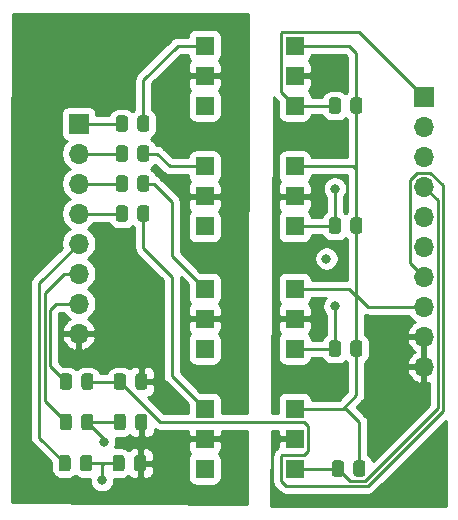
<source format=gbr>
%TF.GenerationSoftware,KiCad,Pcbnew,5.1.9+dfsg1-1*%
%TF.CreationDate,2021-05-25T15:53:09+02:00*%
%TF.ProjectId,i2c-control-interface,6932632d-636f-46e7-9472-6f6c2d696e74,rev?*%
%TF.SameCoordinates,Original*%
%TF.FileFunction,Copper,L1,Top*%
%TF.FilePolarity,Positive*%
%FSLAX46Y46*%
G04 Gerber Fmt 4.6, Leading zero omitted, Abs format (unit mm)*
G04 Created by KiCad (PCBNEW 5.1.9+dfsg1-1) date 2021-05-25 15:53:09*
%MOMM*%
%LPD*%
G01*
G04 APERTURE LIST*
%TA.AperFunction,SMDPad,CuDef*%
%ADD10R,1.600000X1.600000*%
%TD*%
%TA.AperFunction,ComponentPad*%
%ADD11O,1.700000X1.700000*%
%TD*%
%TA.AperFunction,ComponentPad*%
%ADD12R,1.700000X1.700000*%
%TD*%
%TA.AperFunction,ViaPad*%
%ADD13C,0.800000*%
%TD*%
%TA.AperFunction,Conductor*%
%ADD14C,0.250000*%
%TD*%
%TA.AperFunction,Conductor*%
%ADD15C,0.254000*%
%TD*%
%TA.AperFunction,Conductor*%
%ADD16C,0.100000*%
%TD*%
G04 APERTURE END LIST*
D10*
%TO.P,U4,6*%
%TO.N,VCC*%
X130556000Y-132080000D03*
%TO.P,U4,3*%
%TO.N,Net-(U4-Pad3)*%
X122936000Y-137160000D03*
%TO.P,U4,5*%
%TO.N,GND2*%
X130556000Y-134620000D03*
%TO.P,U4,2*%
%TO.N,GND1*%
X122936000Y-134620000D03*
%TO.P,U4,4*%
%TO.N,/dig_transport*%
X130556000Y-137160000D03*
%TO.P,U4,1*%
%TO.N,Net-(R7-Pad1)*%
X122936000Y-132080000D03*
%TD*%
%TO.P,U3,6*%
%TO.N,VCC*%
X130556000Y-121920000D03*
%TO.P,U3,3*%
%TO.N,Net-(U3-Pad3)*%
X122936000Y-127000000D03*
%TO.P,U3,5*%
%TO.N,GND2*%
X130556000Y-124460000D03*
%TO.P,U3,2*%
%TO.N,GND1*%
X122936000Y-124460000D03*
%TO.P,U3,4*%
%TO.N,/dig_heater*%
X130556000Y-127000000D03*
%TO.P,U3,1*%
%TO.N,Net-(R5-Pad1)*%
X122936000Y-121920000D03*
%TD*%
%TO.P,U2,6*%
%TO.N,VCC*%
X130556000Y-111582200D03*
%TO.P,U2,3*%
%TO.N,Net-(U2-Pad3)*%
X122936000Y-116662200D03*
%TO.P,U2,5*%
%TO.N,GND2*%
X130556000Y-114122200D03*
%TO.P,U2,2*%
%TO.N,GND1*%
X122936000Y-114122200D03*
%TO.P,U2,4*%
%TO.N,/dig_fan*%
X130556000Y-116662200D03*
%TO.P,U2,1*%
%TO.N,Net-(R3-Pad1)*%
X122936000Y-111582200D03*
%TD*%
%TO.P,U1,6*%
%TO.N,VCC*%
X130556000Y-101346000D03*
%TO.P,U1,3*%
%TO.N,Net-(U1-Pad3)*%
X122936000Y-106426000D03*
%TO.P,U1,5*%
%TO.N,GND2*%
X130556000Y-103886000D03*
%TO.P,U1,2*%
%TO.N,GND1*%
X122936000Y-103886000D03*
%TO.P,U1,4*%
%TO.N,/dig_thermostat*%
X130556000Y-106426000D03*
%TO.P,U1,1*%
%TO.N,Net-(R1-Pad1)*%
X122936000Y-101346000D03*
%TD*%
%TO.P,R14,2*%
%TO.N,/an_power*%
%TA.AperFunction,SMDPad,CuDef*%
G36*
G01*
X116262200Y-129343999D02*
X116262200Y-130244001D01*
G75*
G02*
X116012201Y-130494000I-249999J0D01*
G01*
X115487199Y-130494000D01*
G75*
G02*
X115237200Y-130244001I0J249999D01*
G01*
X115237200Y-129343999D01*
G75*
G02*
X115487199Y-129094000I249999J0D01*
G01*
X116012201Y-129094000D01*
G75*
G02*
X116262200Y-129343999I0J-249999D01*
G01*
G37*
%TD.AperFunction*%
%TO.P,R14,1*%
%TO.N,GND1*%
%TA.AperFunction,SMDPad,CuDef*%
G36*
G01*
X118087200Y-129343999D02*
X118087200Y-130244001D01*
G75*
G02*
X117837201Y-130494000I-249999J0D01*
G01*
X117312199Y-130494000D01*
G75*
G02*
X117062200Y-130244001I0J249999D01*
G01*
X117062200Y-129343999D01*
G75*
G02*
X117312199Y-129094000I249999J0D01*
G01*
X117837201Y-129094000D01*
G75*
G02*
X118087200Y-129343999I0J-249999D01*
G01*
G37*
%TD.AperFunction*%
%TD*%
%TO.P,R13,2*%
%TO.N,/power*%
%TA.AperFunction,SMDPad,CuDef*%
G36*
G01*
X111690200Y-129343999D02*
X111690200Y-130244001D01*
G75*
G02*
X111440201Y-130494000I-249999J0D01*
G01*
X110915199Y-130494000D01*
G75*
G02*
X110665200Y-130244001I0J249999D01*
G01*
X110665200Y-129343999D01*
G75*
G02*
X110915199Y-129094000I249999J0D01*
G01*
X111440201Y-129094000D01*
G75*
G02*
X111690200Y-129343999I0J-249999D01*
G01*
G37*
%TD.AperFunction*%
%TO.P,R13,1*%
%TO.N,/an_power*%
%TA.AperFunction,SMDPad,CuDef*%
G36*
G01*
X113515200Y-129343999D02*
X113515200Y-130244001D01*
G75*
G02*
X113265201Y-130494000I-249999J0D01*
G01*
X112740199Y-130494000D01*
G75*
G02*
X112490200Y-130244001I0J249999D01*
G01*
X112490200Y-129343999D01*
G75*
G02*
X112740199Y-129094000I249999J0D01*
G01*
X113265201Y-129094000D01*
G75*
G02*
X113515200Y-129343999I0J-249999D01*
G01*
G37*
%TD.AperFunction*%
%TD*%
%TO.P,R12,2*%
%TO.N,/an_irsensor*%
%TA.AperFunction,SMDPad,CuDef*%
G36*
G01*
X116262200Y-132772999D02*
X116262200Y-133673001D01*
G75*
G02*
X116012201Y-133923000I-249999J0D01*
G01*
X115487199Y-133923000D01*
G75*
G02*
X115237200Y-133673001I0J249999D01*
G01*
X115237200Y-132772999D01*
G75*
G02*
X115487199Y-132523000I249999J0D01*
G01*
X116012201Y-132523000D01*
G75*
G02*
X116262200Y-132772999I0J-249999D01*
G01*
G37*
%TD.AperFunction*%
%TO.P,R12,1*%
%TO.N,GND1*%
%TA.AperFunction,SMDPad,CuDef*%
G36*
G01*
X118087200Y-132772999D02*
X118087200Y-133673001D01*
G75*
G02*
X117837201Y-133923000I-249999J0D01*
G01*
X117312199Y-133923000D01*
G75*
G02*
X117062200Y-133673001I0J249999D01*
G01*
X117062200Y-132772999D01*
G75*
G02*
X117312199Y-132523000I249999J0D01*
G01*
X117837201Y-132523000D01*
G75*
G02*
X118087200Y-132772999I0J-249999D01*
G01*
G37*
%TD.AperFunction*%
%TD*%
%TO.P,R11,2*%
%TO.N,/irsensor*%
%TA.AperFunction,SMDPad,CuDef*%
G36*
G01*
X111690200Y-132772999D02*
X111690200Y-133673001D01*
G75*
G02*
X111440201Y-133923000I-249999J0D01*
G01*
X110915199Y-133923000D01*
G75*
G02*
X110665200Y-133673001I0J249999D01*
G01*
X110665200Y-132772999D01*
G75*
G02*
X110915199Y-132523000I249999J0D01*
G01*
X111440201Y-132523000D01*
G75*
G02*
X111690200Y-132772999I0J-249999D01*
G01*
G37*
%TD.AperFunction*%
%TO.P,R11,1*%
%TO.N,/an_irsensor*%
%TA.AperFunction,SMDPad,CuDef*%
G36*
G01*
X113515200Y-132772999D02*
X113515200Y-133673001D01*
G75*
G02*
X113265201Y-133923000I-249999J0D01*
G01*
X112740199Y-133923000D01*
G75*
G02*
X112490200Y-133673001I0J249999D01*
G01*
X112490200Y-132772999D01*
G75*
G02*
X112740199Y-132523000I249999J0D01*
G01*
X113265201Y-132523000D01*
G75*
G02*
X113515200Y-132772999I0J-249999D01*
G01*
G37*
%TD.AperFunction*%
%TD*%
%TO.P,R10,2*%
%TO.N,/an_overtemp*%
%TA.AperFunction,SMDPad,CuDef*%
G36*
G01*
X116160600Y-136252799D02*
X116160600Y-137152801D01*
G75*
G02*
X115910601Y-137402800I-249999J0D01*
G01*
X115385599Y-137402800D01*
G75*
G02*
X115135600Y-137152801I0J249999D01*
G01*
X115135600Y-136252799D01*
G75*
G02*
X115385599Y-136002800I249999J0D01*
G01*
X115910601Y-136002800D01*
G75*
G02*
X116160600Y-136252799I0J-249999D01*
G01*
G37*
%TD.AperFunction*%
%TO.P,R10,1*%
%TO.N,GND1*%
%TA.AperFunction,SMDPad,CuDef*%
G36*
G01*
X117985600Y-136252799D02*
X117985600Y-137152801D01*
G75*
G02*
X117735601Y-137402800I-249999J0D01*
G01*
X117210599Y-137402800D01*
G75*
G02*
X116960600Y-137152801I0J249999D01*
G01*
X116960600Y-136252799D01*
G75*
G02*
X117210599Y-136002800I249999J0D01*
G01*
X117735601Y-136002800D01*
G75*
G02*
X117985600Y-136252799I0J-249999D01*
G01*
G37*
%TD.AperFunction*%
%TD*%
%TO.P,R9,2*%
%TO.N,/overtemp*%
%TA.AperFunction,SMDPad,CuDef*%
G36*
G01*
X111588600Y-136252799D02*
X111588600Y-137152801D01*
G75*
G02*
X111338601Y-137402800I-249999J0D01*
G01*
X110813599Y-137402800D01*
G75*
G02*
X110563600Y-137152801I0J249999D01*
G01*
X110563600Y-136252799D01*
G75*
G02*
X110813599Y-136002800I249999J0D01*
G01*
X111338601Y-136002800D01*
G75*
G02*
X111588600Y-136252799I0J-249999D01*
G01*
G37*
%TD.AperFunction*%
%TO.P,R9,1*%
%TO.N,/an_overtemp*%
%TA.AperFunction,SMDPad,CuDef*%
G36*
G01*
X113413600Y-136252799D02*
X113413600Y-137152801D01*
G75*
G02*
X113163601Y-137402800I-249999J0D01*
G01*
X112638599Y-137402800D01*
G75*
G02*
X112388600Y-137152801I0J249999D01*
G01*
X112388600Y-136252799D01*
G75*
G02*
X112638599Y-136002800I249999J0D01*
G01*
X113163601Y-136002800D01*
G75*
G02*
X113413600Y-136252799I0J-249999D01*
G01*
G37*
%TD.AperFunction*%
%TD*%
%TO.P,R8,2*%
%TO.N,VCC*%
%TA.AperFunction,SMDPad,CuDef*%
G36*
G01*
X135528000Y-137610001D02*
X135528000Y-136709999D01*
G75*
G02*
X135777999Y-136460000I249999J0D01*
G01*
X136303001Y-136460000D01*
G75*
G02*
X136553000Y-136709999I0J-249999D01*
G01*
X136553000Y-137610001D01*
G75*
G02*
X136303001Y-137860000I-249999J0D01*
G01*
X135777999Y-137860000D01*
G75*
G02*
X135528000Y-137610001I0J249999D01*
G01*
G37*
%TD.AperFunction*%
%TO.P,R8,1*%
%TO.N,/dig_transport*%
%TA.AperFunction,SMDPad,CuDef*%
G36*
G01*
X133703000Y-137610001D02*
X133703000Y-136709999D01*
G75*
G02*
X133952999Y-136460000I249999J0D01*
G01*
X134478001Y-136460000D01*
G75*
G02*
X134728000Y-136709999I0J-249999D01*
G01*
X134728000Y-137610001D01*
G75*
G02*
X134478001Y-137860000I-249999J0D01*
G01*
X133952999Y-137860000D01*
G75*
G02*
X133703000Y-137610001I0J249999D01*
G01*
G37*
%TD.AperFunction*%
%TD*%
%TO.P,R7,2*%
%TO.N,/transport*%
%TA.AperFunction,SMDPad,CuDef*%
G36*
G01*
X116440000Y-115119999D02*
X116440000Y-116020001D01*
G75*
G02*
X116190001Y-116270000I-249999J0D01*
G01*
X115664999Y-116270000D01*
G75*
G02*
X115415000Y-116020001I0J249999D01*
G01*
X115415000Y-115119999D01*
G75*
G02*
X115664999Y-114870000I249999J0D01*
G01*
X116190001Y-114870000D01*
G75*
G02*
X116440000Y-115119999I0J-249999D01*
G01*
G37*
%TD.AperFunction*%
%TO.P,R7,1*%
%TO.N,Net-(R7-Pad1)*%
%TA.AperFunction,SMDPad,CuDef*%
G36*
G01*
X118265000Y-115119999D02*
X118265000Y-116020001D01*
G75*
G02*
X118015001Y-116270000I-249999J0D01*
G01*
X117489999Y-116270000D01*
G75*
G02*
X117240000Y-116020001I0J249999D01*
G01*
X117240000Y-115119999D01*
G75*
G02*
X117489999Y-114870000I249999J0D01*
G01*
X118015001Y-114870000D01*
G75*
G02*
X118265000Y-115119999I0J-249999D01*
G01*
G37*
%TD.AperFunction*%
%TD*%
%TO.P,R6,2*%
%TO.N,VCC*%
%TA.AperFunction,SMDPad,CuDef*%
G36*
G01*
X135274000Y-127450001D02*
X135274000Y-126549999D01*
G75*
G02*
X135523999Y-126300000I249999J0D01*
G01*
X136049001Y-126300000D01*
G75*
G02*
X136299000Y-126549999I0J-249999D01*
G01*
X136299000Y-127450001D01*
G75*
G02*
X136049001Y-127700000I-249999J0D01*
G01*
X135523999Y-127700000D01*
G75*
G02*
X135274000Y-127450001I0J249999D01*
G01*
G37*
%TD.AperFunction*%
%TO.P,R6,1*%
%TO.N,/dig_heater*%
%TA.AperFunction,SMDPad,CuDef*%
G36*
G01*
X133449000Y-127450001D02*
X133449000Y-126549999D01*
G75*
G02*
X133698999Y-126300000I249999J0D01*
G01*
X134224001Y-126300000D01*
G75*
G02*
X134474000Y-126549999I0J-249999D01*
G01*
X134474000Y-127450001D01*
G75*
G02*
X134224001Y-127700000I-249999J0D01*
G01*
X133698999Y-127700000D01*
G75*
G02*
X133449000Y-127450001I0J249999D01*
G01*
G37*
%TD.AperFunction*%
%TD*%
%TO.P,R5,2*%
%TO.N,/heater*%
%TA.AperFunction,SMDPad,CuDef*%
G36*
G01*
X116440000Y-112579999D02*
X116440000Y-113480001D01*
G75*
G02*
X116190001Y-113730000I-249999J0D01*
G01*
X115664999Y-113730000D01*
G75*
G02*
X115415000Y-113480001I0J249999D01*
G01*
X115415000Y-112579999D01*
G75*
G02*
X115664999Y-112330000I249999J0D01*
G01*
X116190001Y-112330000D01*
G75*
G02*
X116440000Y-112579999I0J-249999D01*
G01*
G37*
%TD.AperFunction*%
%TO.P,R5,1*%
%TO.N,Net-(R5-Pad1)*%
%TA.AperFunction,SMDPad,CuDef*%
G36*
G01*
X118265000Y-112579999D02*
X118265000Y-113480001D01*
G75*
G02*
X118015001Y-113730000I-249999J0D01*
G01*
X117489999Y-113730000D01*
G75*
G02*
X117240000Y-113480001I0J249999D01*
G01*
X117240000Y-112579999D01*
G75*
G02*
X117489999Y-112330000I249999J0D01*
G01*
X118015001Y-112330000D01*
G75*
G02*
X118265000Y-112579999I0J-249999D01*
G01*
G37*
%TD.AperFunction*%
%TD*%
%TO.P,R4,2*%
%TO.N,VCC*%
%TA.AperFunction,SMDPad,CuDef*%
G36*
G01*
X135274000Y-117036001D02*
X135274000Y-116135999D01*
G75*
G02*
X135523999Y-115886000I249999J0D01*
G01*
X136049001Y-115886000D01*
G75*
G02*
X136299000Y-116135999I0J-249999D01*
G01*
X136299000Y-117036001D01*
G75*
G02*
X136049001Y-117286000I-249999J0D01*
G01*
X135523999Y-117286000D01*
G75*
G02*
X135274000Y-117036001I0J249999D01*
G01*
G37*
%TD.AperFunction*%
%TO.P,R4,1*%
%TO.N,/dig_fan*%
%TA.AperFunction,SMDPad,CuDef*%
G36*
G01*
X133449000Y-117036001D02*
X133449000Y-116135999D01*
G75*
G02*
X133698999Y-115886000I249999J0D01*
G01*
X134224001Y-115886000D01*
G75*
G02*
X134474000Y-116135999I0J-249999D01*
G01*
X134474000Y-117036001D01*
G75*
G02*
X134224001Y-117286000I-249999J0D01*
G01*
X133698999Y-117286000D01*
G75*
G02*
X133449000Y-117036001I0J249999D01*
G01*
G37*
%TD.AperFunction*%
%TD*%
%TO.P,R3,2*%
%TO.N,/fan*%
%TA.AperFunction,SMDPad,CuDef*%
G36*
G01*
X116440000Y-110039999D02*
X116440000Y-110940001D01*
G75*
G02*
X116190001Y-111190000I-249999J0D01*
G01*
X115664999Y-111190000D01*
G75*
G02*
X115415000Y-110940001I0J249999D01*
G01*
X115415000Y-110039999D01*
G75*
G02*
X115664999Y-109790000I249999J0D01*
G01*
X116190001Y-109790000D01*
G75*
G02*
X116440000Y-110039999I0J-249999D01*
G01*
G37*
%TD.AperFunction*%
%TO.P,R3,1*%
%TO.N,Net-(R3-Pad1)*%
%TA.AperFunction,SMDPad,CuDef*%
G36*
G01*
X118265000Y-110039999D02*
X118265000Y-110940001D01*
G75*
G02*
X118015001Y-111190000I-249999J0D01*
G01*
X117489999Y-111190000D01*
G75*
G02*
X117240000Y-110940001I0J249999D01*
G01*
X117240000Y-110039999D01*
G75*
G02*
X117489999Y-109790000I249999J0D01*
G01*
X118015001Y-109790000D01*
G75*
G02*
X118265000Y-110039999I0J-249999D01*
G01*
G37*
%TD.AperFunction*%
%TD*%
%TO.P,R2,2*%
%TO.N,VCC*%
%TA.AperFunction,SMDPad,CuDef*%
G36*
G01*
X135274000Y-106876001D02*
X135274000Y-105975999D01*
G75*
G02*
X135523999Y-105726000I249999J0D01*
G01*
X136049001Y-105726000D01*
G75*
G02*
X136299000Y-105975999I0J-249999D01*
G01*
X136299000Y-106876001D01*
G75*
G02*
X136049001Y-107126000I-249999J0D01*
G01*
X135523999Y-107126000D01*
G75*
G02*
X135274000Y-106876001I0J249999D01*
G01*
G37*
%TD.AperFunction*%
%TO.P,R2,1*%
%TO.N,/dig_thermostat*%
%TA.AperFunction,SMDPad,CuDef*%
G36*
G01*
X133449000Y-106876001D02*
X133449000Y-105975999D01*
G75*
G02*
X133698999Y-105726000I249999J0D01*
G01*
X134224001Y-105726000D01*
G75*
G02*
X134474000Y-105975999I0J-249999D01*
G01*
X134474000Y-106876001D01*
G75*
G02*
X134224001Y-107126000I-249999J0D01*
G01*
X133698999Y-107126000D01*
G75*
G02*
X133449000Y-106876001I0J249999D01*
G01*
G37*
%TD.AperFunction*%
%TD*%
%TO.P,R1,2*%
%TO.N,/thermostat*%
%TA.AperFunction,SMDPad,CuDef*%
G36*
G01*
X116440000Y-107499999D02*
X116440000Y-108400001D01*
G75*
G02*
X116190001Y-108650000I-249999J0D01*
G01*
X115664999Y-108650000D01*
G75*
G02*
X115415000Y-108400001I0J249999D01*
G01*
X115415000Y-107499999D01*
G75*
G02*
X115664999Y-107250000I249999J0D01*
G01*
X116190001Y-107250000D01*
G75*
G02*
X116440000Y-107499999I0J-249999D01*
G01*
G37*
%TD.AperFunction*%
%TO.P,R1,1*%
%TO.N,Net-(R1-Pad1)*%
%TA.AperFunction,SMDPad,CuDef*%
G36*
G01*
X118265000Y-107499999D02*
X118265000Y-108400001D01*
G75*
G02*
X118015001Y-108650000I-249999J0D01*
G01*
X117489999Y-108650000D01*
G75*
G02*
X117240000Y-108400001I0J249999D01*
G01*
X117240000Y-107499999D01*
G75*
G02*
X117489999Y-107250000I249999J0D01*
G01*
X118015001Y-107250000D01*
G75*
G02*
X118265000Y-107499999I0J-249999D01*
G01*
G37*
%TD.AperFunction*%
%TD*%
D11*
%TO.P,J2,10*%
%TO.N,GND2*%
X141478000Y-128524000D03*
%TO.P,J2,9*%
X141478000Y-125984000D03*
%TO.P,J2,8*%
%TO.N,VCC*%
X141478000Y-123444000D03*
%TO.P,J2,7*%
%TO.N,/an_power*%
X141478000Y-120904000D03*
%TO.P,J2,6*%
%TO.N,/an_irsensor*%
X141478000Y-118364000D03*
%TO.P,J2,5*%
%TO.N,/an_overtemp*%
X141478000Y-115824000D03*
%TO.P,J2,4*%
%TO.N,/dig_transport*%
X141478000Y-113284000D03*
%TO.P,J2,3*%
%TO.N,/dig_heater*%
X141478000Y-110744000D03*
%TO.P,J2,2*%
%TO.N,/dig_fan*%
X141478000Y-108204000D03*
D12*
%TO.P,J2,1*%
%TO.N,/dig_thermostat*%
X141478000Y-105664000D03*
%TD*%
D11*
%TO.P,J1,8*%
%TO.N,GND1*%
X112268000Y-125730000D03*
%TO.P,J1,7*%
%TO.N,/power*%
X112268000Y-123190000D03*
%TO.P,J1,6*%
%TO.N,/irsensor*%
X112268000Y-120650000D03*
%TO.P,J1,5*%
%TO.N,/overtemp*%
X112268000Y-118110000D03*
%TO.P,J1,4*%
%TO.N,/transport*%
X112268000Y-115570000D03*
%TO.P,J1,3*%
%TO.N,/heater*%
X112268000Y-113030000D03*
%TO.P,J1,2*%
%TO.N,/fan*%
X112268000Y-110490000D03*
D12*
%TO.P,J1,1*%
%TO.N,/thermostat*%
X112268000Y-107950000D03*
%TD*%
D13*
%TO.N,GND1*%
X119913400Y-131470400D03*
X119888000Y-135001000D03*
%TO.N,GND2*%
X132562600Y-125171200D03*
X138836400Y-131927600D03*
X129032000Y-134594600D03*
X141554200Y-136880600D03*
X138049000Y-125018800D03*
X132892800Y-129997200D03*
X133172200Y-103860600D03*
%TO.N,/an_irsensor*%
X114401600Y-134874000D03*
%TO.N,/an_overtemp*%
X114223800Y-138150600D03*
%TO.N,/dig_heater*%
X133934200Y-123418600D03*
X133236499Y-119391901D03*
%TO.N,/dig_fan*%
X133961500Y-113459900D03*
%TD*%
D14*
%TO.N,/power*%
X112268000Y-123190000D02*
X110337600Y-123190000D01*
X110337600Y-123190000D02*
X109829600Y-123698000D01*
X109829600Y-128445900D02*
X111177700Y-129794000D01*
X109829600Y-123698000D02*
X109829600Y-128445900D01*
%TO.N,/irsensor*%
X109379590Y-131424890D02*
X111177700Y-133223000D01*
X109379590Y-122336329D02*
X109379590Y-131424890D01*
X111065919Y-120650000D02*
X109379590Y-122336329D01*
X112268000Y-120650000D02*
X111065919Y-120650000D01*
%TO.N,/overtemp*%
X108929581Y-121448419D02*
X108929581Y-134556281D01*
X108929581Y-134556281D02*
X111076100Y-136702800D01*
X112268000Y-118110000D02*
X108929581Y-121448419D01*
%TO.N,/transport*%
X112268000Y-115570000D02*
X115927500Y-115570000D01*
%TO.N,/heater*%
X112268000Y-113030000D02*
X115927500Y-113030000D01*
%TO.N,/fan*%
X112268000Y-110490000D02*
X115927500Y-110490000D01*
%TO.N,/thermostat*%
X112268000Y-107950000D02*
X115927500Y-107950000D01*
%TO.N,VCC*%
X136040500Y-133246500D02*
X136040500Y-137160000D01*
X134874000Y-132080000D02*
X136040500Y-133246500D01*
X134620000Y-132080000D02*
X134874000Y-132080000D01*
X135786500Y-130913500D02*
X134620000Y-132080000D01*
X130556000Y-132080000D02*
X134620000Y-132080000D01*
X135786500Y-130913500D02*
X135786500Y-127000000D01*
X130556000Y-101346000D02*
X135128000Y-101346000D01*
X135786500Y-102004500D02*
X135786500Y-106426000D01*
X135128000Y-101346000D02*
X135786500Y-102004500D01*
X130556000Y-111582200D02*
X135458200Y-111582200D01*
X135458200Y-111582200D02*
X135786500Y-111910500D01*
X130556000Y-121920000D02*
X135128000Y-121920000D01*
X135786500Y-122578500D02*
X135786500Y-127000000D01*
X135128000Y-121920000D02*
X135786500Y-122578500D01*
X135786500Y-106426000D02*
X135786500Y-112117500D01*
X135786500Y-112117500D02*
X135786500Y-116586000D01*
X135786500Y-111910500D02*
X135786500Y-112117500D01*
X136800600Y-123444000D02*
X135786500Y-122429900D01*
X141478000Y-123444000D02*
X136800600Y-123444000D01*
X135786500Y-122429900D02*
X135786500Y-122578500D01*
X135786500Y-116586000D02*
X135786500Y-122429900D01*
%TO.N,/an_power*%
X115749700Y-129794000D02*
X113002700Y-129794000D01*
X119160701Y-133205001D02*
X115749700Y-129794000D01*
X131681001Y-133559999D02*
X131326003Y-133205001D01*
X131326003Y-133205001D02*
X119160701Y-133205001D01*
X131681001Y-135680001D02*
X131681001Y-133559999D01*
X131326003Y-136034999D02*
X131681001Y-135680001D01*
X129495999Y-136034999D02*
X131326003Y-136034999D01*
X129430999Y-138220001D02*
X129430999Y-136099999D01*
X129846018Y-138635020D02*
X129430999Y-138220001D01*
X143103010Y-132259590D02*
X136727580Y-138635020D01*
X143103010Y-113170008D02*
X143103010Y-132259590D01*
X129430999Y-136099999D02*
X129495999Y-136034999D01*
X142042001Y-112108999D02*
X143103010Y-113170008D01*
X140913999Y-112108999D02*
X142042001Y-112108999D01*
X140302999Y-112719999D02*
X140913999Y-112108999D01*
X136727580Y-138635020D02*
X129846018Y-138635020D01*
X140302999Y-119728999D02*
X140302999Y-112719999D01*
X141478000Y-120904000D02*
X140302999Y-119728999D01*
%TO.N,/an_irsensor*%
X115749700Y-133223000D02*
X113002700Y-133223000D01*
X114401600Y-134621900D02*
X113002700Y-133223000D01*
X114401600Y-134874000D02*
X114401600Y-134621900D01*
%TO.N,/an_overtemp*%
X115648100Y-136702800D02*
X112901100Y-136702800D01*
X114223800Y-138150600D02*
X114223800Y-136880600D01*
X114401600Y-136702800D02*
X115648100Y-136702800D01*
X114223800Y-136880600D02*
X114401600Y-136702800D01*
%TO.N,/dig_transport*%
X134215500Y-137160000D02*
X130556000Y-137160000D01*
X142653001Y-114459001D02*
X141478000Y-113284000D01*
X142653001Y-132073189D02*
X142653001Y-114459001D01*
X136541180Y-138185010D02*
X142653001Y-132073189D01*
X135240510Y-138185010D02*
X136541180Y-138185010D01*
X134215500Y-137160000D02*
X135240510Y-138185010D01*
%TO.N,/dig_heater*%
X133961500Y-127000000D02*
X130556000Y-127000000D01*
X133961500Y-123445900D02*
X133934200Y-123418600D01*
X133961500Y-127000000D02*
X133961500Y-123445900D01*
%TO.N,/dig_fan*%
X130632200Y-116586000D02*
X130556000Y-116662200D01*
X133961500Y-116586000D02*
X130632200Y-116586000D01*
X133961500Y-113412900D02*
X133961500Y-113459900D01*
X133961500Y-116586000D02*
X133961500Y-113459900D01*
%TO.N,/dig_thermostat*%
X133961500Y-106426000D02*
X130556000Y-106426000D01*
X129430999Y-105300999D02*
X130556000Y-106426000D01*
X129430999Y-100285999D02*
X129430999Y-105300999D01*
X129495999Y-100220999D02*
X129430999Y-100285999D01*
X136034999Y-100220999D02*
X129495999Y-100220999D01*
X141478000Y-105664000D02*
X136034999Y-100220999D01*
%TO.N,Net-(R1-Pad1)*%
X117752500Y-107950000D02*
X117752500Y-104243500D01*
X120650000Y-101346000D02*
X122936000Y-101346000D01*
X117752500Y-104243500D02*
X120650000Y-101346000D01*
%TO.N,Net-(R3-Pad1)*%
X117752500Y-110490000D02*
X118872000Y-110490000D01*
X119964200Y-111582200D02*
X122936000Y-111582200D01*
X118872000Y-110490000D02*
X119964200Y-111582200D01*
%TO.N,Net-(R5-Pad1)*%
X117752500Y-113030000D02*
X118618000Y-113030000D01*
X118618000Y-113030000D02*
X120142000Y-114554000D01*
X120142000Y-119126000D02*
X122936000Y-121920000D01*
X120142000Y-114554000D02*
X120142000Y-119126000D01*
%TO.N,Net-(R7-Pad1)*%
X117752500Y-115570000D02*
X117752500Y-118514500D01*
X117752500Y-118514500D02*
X120142000Y-120904000D01*
X120142000Y-129286000D02*
X122936000Y-132080000D01*
X120142000Y-120904000D02*
X120142000Y-129286000D01*
%TD*%
D15*
%TO.N,GND1*%
X126561621Y-132445001D02*
X124374072Y-132445001D01*
X124374072Y-131280000D01*
X124361812Y-131155518D01*
X124325502Y-131035820D01*
X124266537Y-130925506D01*
X124187185Y-130828815D01*
X124090494Y-130749463D01*
X123980180Y-130690498D01*
X123860482Y-130654188D01*
X123736000Y-130641928D01*
X122572730Y-130641928D01*
X120902000Y-128971199D01*
X120902000Y-125260000D01*
X121497928Y-125260000D01*
X121510188Y-125384482D01*
X121546498Y-125504180D01*
X121605463Y-125614494D01*
X121684815Y-125711185D01*
X121707741Y-125730000D01*
X121684815Y-125748815D01*
X121605463Y-125845506D01*
X121546498Y-125955820D01*
X121510188Y-126075518D01*
X121497928Y-126200000D01*
X121497928Y-127800000D01*
X121510188Y-127924482D01*
X121546498Y-128044180D01*
X121605463Y-128154494D01*
X121684815Y-128251185D01*
X121781506Y-128330537D01*
X121891820Y-128389502D01*
X122011518Y-128425812D01*
X122136000Y-128438072D01*
X123736000Y-128438072D01*
X123860482Y-128425812D01*
X123980180Y-128389502D01*
X124090494Y-128330537D01*
X124187185Y-128251185D01*
X124266537Y-128154494D01*
X124325502Y-128044180D01*
X124361812Y-127924482D01*
X124374072Y-127800000D01*
X124374072Y-126200000D01*
X124361812Y-126075518D01*
X124325502Y-125955820D01*
X124266537Y-125845506D01*
X124187185Y-125748815D01*
X124164259Y-125730000D01*
X124187185Y-125711185D01*
X124266537Y-125614494D01*
X124325502Y-125504180D01*
X124361812Y-125384482D01*
X124374072Y-125260000D01*
X124371000Y-124745750D01*
X124212250Y-124587000D01*
X123063000Y-124587000D01*
X123063000Y-124607000D01*
X122809000Y-124607000D01*
X122809000Y-124587000D01*
X121659750Y-124587000D01*
X121501000Y-124745750D01*
X121497928Y-125260000D01*
X120902000Y-125260000D01*
X120902000Y-120960801D01*
X121497928Y-121556730D01*
X121497928Y-122720000D01*
X121510188Y-122844482D01*
X121546498Y-122964180D01*
X121605463Y-123074494D01*
X121684815Y-123171185D01*
X121707741Y-123190000D01*
X121684815Y-123208815D01*
X121605463Y-123305506D01*
X121546498Y-123415820D01*
X121510188Y-123535518D01*
X121497928Y-123660000D01*
X121501000Y-124174250D01*
X121659750Y-124333000D01*
X122809000Y-124333000D01*
X122809000Y-124313000D01*
X123063000Y-124313000D01*
X123063000Y-124333000D01*
X124212250Y-124333000D01*
X124371000Y-124174250D01*
X124374072Y-123660000D01*
X124361812Y-123535518D01*
X124325502Y-123415820D01*
X124266537Y-123305506D01*
X124187185Y-123208815D01*
X124164259Y-123190000D01*
X124187185Y-123171185D01*
X124266537Y-123074494D01*
X124325502Y-122964180D01*
X124361812Y-122844482D01*
X124374072Y-122720000D01*
X124374072Y-121120000D01*
X124361812Y-120995518D01*
X124325502Y-120875820D01*
X124266537Y-120765506D01*
X124187185Y-120668815D01*
X124090494Y-120589463D01*
X123980180Y-120530498D01*
X123860482Y-120494188D01*
X123736000Y-120481928D01*
X122572730Y-120481928D01*
X120902000Y-118811199D01*
X120902000Y-114922200D01*
X121497928Y-114922200D01*
X121510188Y-115046682D01*
X121546498Y-115166380D01*
X121605463Y-115276694D01*
X121684815Y-115373385D01*
X121707741Y-115392200D01*
X121684815Y-115411015D01*
X121605463Y-115507706D01*
X121546498Y-115618020D01*
X121510188Y-115737718D01*
X121497928Y-115862200D01*
X121497928Y-117462200D01*
X121510188Y-117586682D01*
X121546498Y-117706380D01*
X121605463Y-117816694D01*
X121684815Y-117913385D01*
X121781506Y-117992737D01*
X121891820Y-118051702D01*
X122011518Y-118088012D01*
X122136000Y-118100272D01*
X123736000Y-118100272D01*
X123860482Y-118088012D01*
X123980180Y-118051702D01*
X124090494Y-117992737D01*
X124187185Y-117913385D01*
X124266537Y-117816694D01*
X124325502Y-117706380D01*
X124361812Y-117586682D01*
X124374072Y-117462200D01*
X124374072Y-115862200D01*
X124361812Y-115737718D01*
X124325502Y-115618020D01*
X124266537Y-115507706D01*
X124187185Y-115411015D01*
X124164259Y-115392200D01*
X124187185Y-115373385D01*
X124266537Y-115276694D01*
X124325502Y-115166380D01*
X124361812Y-115046682D01*
X124374072Y-114922200D01*
X124371000Y-114407950D01*
X124212250Y-114249200D01*
X123063000Y-114249200D01*
X123063000Y-114269200D01*
X122809000Y-114269200D01*
X122809000Y-114249200D01*
X121659750Y-114249200D01*
X121501000Y-114407950D01*
X121497928Y-114922200D01*
X120902000Y-114922200D01*
X120902000Y-114591322D01*
X120905676Y-114553999D01*
X120902000Y-114516676D01*
X120902000Y-114516667D01*
X120891003Y-114405014D01*
X120847546Y-114261753D01*
X120776974Y-114129724D01*
X120740270Y-114085000D01*
X120705799Y-114042996D01*
X120705795Y-114042992D01*
X120682001Y-114013999D01*
X120653009Y-113990206D01*
X119181803Y-112519002D01*
X119158001Y-112489999D01*
X119042276Y-112395026D01*
X118910247Y-112324454D01*
X118856059Y-112308017D01*
X118835472Y-112240149D01*
X118753405Y-112086613D01*
X118642962Y-111952038D01*
X118508387Y-111841595D01*
X118355734Y-111760000D01*
X118508387Y-111678405D01*
X118642962Y-111567962D01*
X118747627Y-111440428D01*
X119400401Y-112093203D01*
X119424199Y-112122201D01*
X119453197Y-112145999D01*
X119539923Y-112217174D01*
X119671953Y-112287746D01*
X119815214Y-112331203D01*
X119926867Y-112342200D01*
X119926876Y-112342200D01*
X119964199Y-112345876D01*
X120001522Y-112342200D01*
X121497928Y-112342200D01*
X121497928Y-112382200D01*
X121510188Y-112506682D01*
X121546498Y-112626380D01*
X121605463Y-112736694D01*
X121684815Y-112833385D01*
X121707741Y-112852200D01*
X121684815Y-112871015D01*
X121605463Y-112967706D01*
X121546498Y-113078020D01*
X121510188Y-113197718D01*
X121497928Y-113322200D01*
X121501000Y-113836450D01*
X121659750Y-113995200D01*
X122809000Y-113995200D01*
X122809000Y-113975200D01*
X123063000Y-113975200D01*
X123063000Y-113995200D01*
X124212250Y-113995200D01*
X124371000Y-113836450D01*
X124374072Y-113322200D01*
X124361812Y-113197718D01*
X124325502Y-113078020D01*
X124266537Y-112967706D01*
X124187185Y-112871015D01*
X124164259Y-112852200D01*
X124187185Y-112833385D01*
X124266537Y-112736694D01*
X124325502Y-112626380D01*
X124361812Y-112506682D01*
X124374072Y-112382200D01*
X124374072Y-110782200D01*
X124361812Y-110657718D01*
X124325502Y-110538020D01*
X124266537Y-110427706D01*
X124187185Y-110331015D01*
X124090494Y-110251663D01*
X123980180Y-110192698D01*
X123860482Y-110156388D01*
X123736000Y-110144128D01*
X122136000Y-110144128D01*
X122011518Y-110156388D01*
X121891820Y-110192698D01*
X121781506Y-110251663D01*
X121684815Y-110331015D01*
X121605463Y-110427706D01*
X121546498Y-110538020D01*
X121510188Y-110657718D01*
X121497928Y-110782200D01*
X121497928Y-110822200D01*
X120279002Y-110822200D01*
X119435804Y-109979002D01*
X119412001Y-109949999D01*
X119296276Y-109855026D01*
X119164247Y-109784454D01*
X119020986Y-109740997D01*
X118909333Y-109730000D01*
X118909322Y-109730000D01*
X118872000Y-109726324D01*
X118844241Y-109729058D01*
X118835472Y-109700149D01*
X118753405Y-109546613D01*
X118642962Y-109412038D01*
X118508387Y-109301595D01*
X118355734Y-109220000D01*
X118508387Y-109138405D01*
X118642962Y-109027962D01*
X118753405Y-108893387D01*
X118835472Y-108739851D01*
X118886008Y-108573255D01*
X118903072Y-108400001D01*
X118903072Y-107499999D01*
X118886008Y-107326745D01*
X118835472Y-107160149D01*
X118753405Y-107006613D01*
X118642962Y-106872038D01*
X118512500Y-106764970D01*
X118512500Y-104686000D01*
X121497928Y-104686000D01*
X121510188Y-104810482D01*
X121546498Y-104930180D01*
X121605463Y-105040494D01*
X121684815Y-105137185D01*
X121707741Y-105156000D01*
X121684815Y-105174815D01*
X121605463Y-105271506D01*
X121546498Y-105381820D01*
X121510188Y-105501518D01*
X121497928Y-105626000D01*
X121497928Y-107226000D01*
X121510188Y-107350482D01*
X121546498Y-107470180D01*
X121605463Y-107580494D01*
X121684815Y-107677185D01*
X121781506Y-107756537D01*
X121891820Y-107815502D01*
X122011518Y-107851812D01*
X122136000Y-107864072D01*
X123736000Y-107864072D01*
X123860482Y-107851812D01*
X123980180Y-107815502D01*
X124090494Y-107756537D01*
X124187185Y-107677185D01*
X124266537Y-107580494D01*
X124325502Y-107470180D01*
X124361812Y-107350482D01*
X124374072Y-107226000D01*
X124374072Y-105626000D01*
X124361812Y-105501518D01*
X124325502Y-105381820D01*
X124266537Y-105271506D01*
X124187185Y-105174815D01*
X124164259Y-105156000D01*
X124187185Y-105137185D01*
X124266537Y-105040494D01*
X124325502Y-104930180D01*
X124361812Y-104810482D01*
X124374072Y-104686000D01*
X124371000Y-104171750D01*
X124212250Y-104013000D01*
X123063000Y-104013000D01*
X123063000Y-104033000D01*
X122809000Y-104033000D01*
X122809000Y-104013000D01*
X121659750Y-104013000D01*
X121501000Y-104171750D01*
X121497928Y-104686000D01*
X118512500Y-104686000D01*
X118512500Y-104558301D01*
X120964802Y-102106000D01*
X121497928Y-102106000D01*
X121497928Y-102146000D01*
X121510188Y-102270482D01*
X121546498Y-102390180D01*
X121605463Y-102500494D01*
X121684815Y-102597185D01*
X121707741Y-102616000D01*
X121684815Y-102634815D01*
X121605463Y-102731506D01*
X121546498Y-102841820D01*
X121510188Y-102961518D01*
X121497928Y-103086000D01*
X121501000Y-103600250D01*
X121659750Y-103759000D01*
X122809000Y-103759000D01*
X122809000Y-103739000D01*
X123063000Y-103739000D01*
X123063000Y-103759000D01*
X124212250Y-103759000D01*
X124371000Y-103600250D01*
X124374072Y-103086000D01*
X124361812Y-102961518D01*
X124325502Y-102841820D01*
X124266537Y-102731506D01*
X124187185Y-102634815D01*
X124164259Y-102616000D01*
X124187185Y-102597185D01*
X124266537Y-102500494D01*
X124325502Y-102390180D01*
X124361812Y-102270482D01*
X124374072Y-102146000D01*
X124374072Y-100546000D01*
X124361812Y-100421518D01*
X124325502Y-100301820D01*
X124266537Y-100191506D01*
X124187185Y-100094815D01*
X124090494Y-100015463D01*
X123980180Y-99956498D01*
X123860482Y-99920188D01*
X123736000Y-99907928D01*
X122136000Y-99907928D01*
X122011518Y-99920188D01*
X121891820Y-99956498D01*
X121781506Y-100015463D01*
X121684815Y-100094815D01*
X121605463Y-100191506D01*
X121546498Y-100301820D01*
X121510188Y-100421518D01*
X121497928Y-100546000D01*
X121497928Y-100586000D01*
X120687325Y-100586000D01*
X120650000Y-100582324D01*
X120612675Y-100586000D01*
X120612667Y-100586000D01*
X120501014Y-100596997D01*
X120357753Y-100640454D01*
X120225724Y-100711026D01*
X120109999Y-100805999D01*
X120086201Y-100834997D01*
X117241498Y-103679701D01*
X117212500Y-103703499D01*
X117188702Y-103732497D01*
X117188701Y-103732498D01*
X117117526Y-103819224D01*
X117046954Y-103951254D01*
X117003498Y-104094515D01*
X116988824Y-104243500D01*
X116992501Y-104280832D01*
X116992500Y-106764970D01*
X116862038Y-106872038D01*
X116840000Y-106898891D01*
X116817962Y-106872038D01*
X116683387Y-106761595D01*
X116529851Y-106679528D01*
X116363255Y-106628992D01*
X116190001Y-106611928D01*
X115664999Y-106611928D01*
X115491745Y-106628992D01*
X115325149Y-106679528D01*
X115171613Y-106761595D01*
X115037038Y-106872038D01*
X114926595Y-107006613D01*
X114844528Y-107160149D01*
X114835473Y-107190000D01*
X113756072Y-107190000D01*
X113756072Y-107100000D01*
X113743812Y-106975518D01*
X113707502Y-106855820D01*
X113648537Y-106745506D01*
X113569185Y-106648815D01*
X113472494Y-106569463D01*
X113362180Y-106510498D01*
X113242482Y-106474188D01*
X113118000Y-106461928D01*
X111418000Y-106461928D01*
X111293518Y-106474188D01*
X111173820Y-106510498D01*
X111063506Y-106569463D01*
X110966815Y-106648815D01*
X110887463Y-106745506D01*
X110828498Y-106855820D01*
X110792188Y-106975518D01*
X110779928Y-107100000D01*
X110779928Y-108800000D01*
X110792188Y-108924482D01*
X110828498Y-109044180D01*
X110887463Y-109154494D01*
X110966815Y-109251185D01*
X111063506Y-109330537D01*
X111173820Y-109389502D01*
X111246380Y-109411513D01*
X111114525Y-109543368D01*
X110952010Y-109786589D01*
X110840068Y-110056842D01*
X110783000Y-110343740D01*
X110783000Y-110636260D01*
X110840068Y-110923158D01*
X110952010Y-111193411D01*
X111114525Y-111436632D01*
X111321368Y-111643475D01*
X111495760Y-111760000D01*
X111321368Y-111876525D01*
X111114525Y-112083368D01*
X110952010Y-112326589D01*
X110840068Y-112596842D01*
X110783000Y-112883740D01*
X110783000Y-113176260D01*
X110840068Y-113463158D01*
X110952010Y-113733411D01*
X111114525Y-113976632D01*
X111321368Y-114183475D01*
X111495760Y-114300000D01*
X111321368Y-114416525D01*
X111114525Y-114623368D01*
X110952010Y-114866589D01*
X110840068Y-115136842D01*
X110783000Y-115423740D01*
X110783000Y-115716260D01*
X110840068Y-116003158D01*
X110952010Y-116273411D01*
X111114525Y-116516632D01*
X111321368Y-116723475D01*
X111495760Y-116840000D01*
X111321368Y-116956525D01*
X111114525Y-117163368D01*
X110952010Y-117406589D01*
X110840068Y-117676842D01*
X110783000Y-117963740D01*
X110783000Y-118256260D01*
X110826790Y-118476407D01*
X108418584Y-120884615D01*
X108389580Y-120908418D01*
X108361818Y-120942247D01*
X108294607Y-121024143D01*
X108279191Y-121052985D01*
X108224035Y-121156173D01*
X108180578Y-121299434D01*
X108169581Y-121411087D01*
X108169581Y-121411097D01*
X108165905Y-121448419D01*
X108169581Y-121485741D01*
X108169582Y-134518949D01*
X108165905Y-134556281D01*
X108180579Y-134705266D01*
X108224035Y-134848527D01*
X108294607Y-134980557D01*
X108348459Y-135046175D01*
X108389581Y-135096282D01*
X108418579Y-135120080D01*
X109925528Y-136627030D01*
X109925528Y-137152801D01*
X109942592Y-137326055D01*
X109993128Y-137492651D01*
X110075195Y-137646187D01*
X110185638Y-137780762D01*
X110320213Y-137891205D01*
X110473749Y-137973272D01*
X110640345Y-138023808D01*
X110813599Y-138040872D01*
X111338601Y-138040872D01*
X111511855Y-138023808D01*
X111678451Y-137973272D01*
X111831987Y-137891205D01*
X111966562Y-137780762D01*
X111988600Y-137753909D01*
X112010638Y-137780762D01*
X112145213Y-137891205D01*
X112298749Y-137973272D01*
X112465345Y-138023808D01*
X112638599Y-138040872D01*
X113163601Y-138040872D01*
X113190884Y-138038185D01*
X113188800Y-138048661D01*
X113188800Y-138252539D01*
X113228574Y-138452498D01*
X113306595Y-138640856D01*
X113419863Y-138810374D01*
X113564026Y-138954537D01*
X113733544Y-139067805D01*
X113921902Y-139145826D01*
X114121861Y-139185600D01*
X114325739Y-139185600D01*
X114525698Y-139145826D01*
X114714056Y-139067805D01*
X114883574Y-138954537D01*
X115027737Y-138810374D01*
X115141005Y-138640856D01*
X115219026Y-138452498D01*
X115258800Y-138252539D01*
X115258800Y-138048661D01*
X115254686Y-138027978D01*
X115385599Y-138040872D01*
X115910601Y-138040872D01*
X116083855Y-138023808D01*
X116250451Y-137973272D01*
X116403987Y-137891205D01*
X116485237Y-137824524D01*
X116509415Y-137853985D01*
X116606106Y-137933337D01*
X116716420Y-137992302D01*
X116836118Y-138028612D01*
X116960600Y-138040872D01*
X117187350Y-138037800D01*
X117346100Y-137879050D01*
X117346100Y-136829800D01*
X117600100Y-136829800D01*
X117600100Y-137879050D01*
X117758850Y-138037800D01*
X117985600Y-138040872D01*
X118110082Y-138028612D01*
X118229780Y-137992302D01*
X118340094Y-137933337D01*
X118436785Y-137853985D01*
X118516137Y-137757294D01*
X118575102Y-137646980D01*
X118611412Y-137527282D01*
X118623672Y-137402800D01*
X118620600Y-136988550D01*
X118461850Y-136829800D01*
X117600100Y-136829800D01*
X117346100Y-136829800D01*
X117326100Y-136829800D01*
X117326100Y-136575800D01*
X117346100Y-136575800D01*
X117346100Y-135526550D01*
X117600100Y-135526550D01*
X117600100Y-136575800D01*
X118461850Y-136575800D01*
X118620600Y-136417050D01*
X118623672Y-136002800D01*
X118611412Y-135878318D01*
X118575102Y-135758620D01*
X118516137Y-135648306D01*
X118436785Y-135551615D01*
X118340094Y-135472263D01*
X118242319Y-135420000D01*
X121497928Y-135420000D01*
X121510188Y-135544482D01*
X121546498Y-135664180D01*
X121605463Y-135774494D01*
X121684815Y-135871185D01*
X121707741Y-135890000D01*
X121684815Y-135908815D01*
X121605463Y-136005506D01*
X121546498Y-136115820D01*
X121510188Y-136235518D01*
X121497928Y-136360000D01*
X121497928Y-137960000D01*
X121510188Y-138084482D01*
X121546498Y-138204180D01*
X121605463Y-138314494D01*
X121684815Y-138411185D01*
X121781506Y-138490537D01*
X121891820Y-138549502D01*
X122011518Y-138585812D01*
X122136000Y-138598072D01*
X123736000Y-138598072D01*
X123860482Y-138585812D01*
X123980180Y-138549502D01*
X124090494Y-138490537D01*
X124187185Y-138411185D01*
X124266537Y-138314494D01*
X124325502Y-138204180D01*
X124361812Y-138084482D01*
X124374072Y-137960000D01*
X124374072Y-136360000D01*
X124361812Y-136235518D01*
X124325502Y-136115820D01*
X124266537Y-136005506D01*
X124187185Y-135908815D01*
X124164259Y-135890000D01*
X124187185Y-135871185D01*
X124266537Y-135774494D01*
X124325502Y-135664180D01*
X124361812Y-135544482D01*
X124374072Y-135420000D01*
X124371000Y-134905750D01*
X124212250Y-134747000D01*
X123063000Y-134747000D01*
X123063000Y-134767000D01*
X122809000Y-134767000D01*
X122809000Y-134747000D01*
X121659750Y-134747000D01*
X121501000Y-134905750D01*
X121497928Y-135420000D01*
X118242319Y-135420000D01*
X118229780Y-135413298D01*
X118110082Y-135376988D01*
X117985600Y-135364728D01*
X117758850Y-135367800D01*
X117600100Y-135526550D01*
X117346100Y-135526550D01*
X117187350Y-135367800D01*
X116960600Y-135364728D01*
X116836118Y-135376988D01*
X116716420Y-135413298D01*
X116606106Y-135472263D01*
X116509415Y-135551615D01*
X116485237Y-135581076D01*
X116403987Y-135514395D01*
X116250451Y-135432328D01*
X116083855Y-135381792D01*
X115910601Y-135364728D01*
X115385599Y-135364728D01*
X115313762Y-135371803D01*
X115318805Y-135364256D01*
X115396826Y-135175898D01*
X115436600Y-134975939D01*
X115436600Y-134772061D01*
X115396826Y-134572102D01*
X115388219Y-134551323D01*
X115487199Y-134561072D01*
X116012201Y-134561072D01*
X116185455Y-134544008D01*
X116352051Y-134493472D01*
X116505587Y-134411405D01*
X116586837Y-134344724D01*
X116611015Y-134374185D01*
X116707706Y-134453537D01*
X116818020Y-134512502D01*
X116937718Y-134548812D01*
X117062200Y-134561072D01*
X117288950Y-134558000D01*
X117447700Y-134399250D01*
X117447700Y-133350000D01*
X117427700Y-133350000D01*
X117427700Y-133096000D01*
X117447700Y-133096000D01*
X117447700Y-133076000D01*
X117701700Y-133076000D01*
X117701700Y-133096000D01*
X117721700Y-133096000D01*
X117721700Y-133350000D01*
X117701700Y-133350000D01*
X117701700Y-134399250D01*
X117860450Y-134558000D01*
X118087200Y-134561072D01*
X118211682Y-134548812D01*
X118331380Y-134512502D01*
X118441694Y-134453537D01*
X118538385Y-134374185D01*
X118617737Y-134277494D01*
X118676702Y-134167180D01*
X118713012Y-134047482D01*
X118725272Y-133923000D01*
X118724584Y-133830258D01*
X118736424Y-133839975D01*
X118868454Y-133910547D01*
X119011715Y-133954004D01*
X119123368Y-133965001D01*
X119123378Y-133965001D01*
X119160701Y-133968677D01*
X119198024Y-133965001D01*
X121498794Y-133965001D01*
X121501000Y-134334250D01*
X121659750Y-134493000D01*
X122809000Y-134493000D01*
X122809000Y-134473000D01*
X123063000Y-134473000D01*
X123063000Y-134493000D01*
X124212250Y-134493000D01*
X124371000Y-134334250D01*
X124373206Y-133965001D01*
X126557972Y-133965001D01*
X126543107Y-140156084D01*
X106660000Y-139981671D01*
X106660000Y-112766193D01*
X106728311Y-98660000D01*
X126642738Y-98660000D01*
X126561621Y-132445001D01*
%TA.AperFunction,Conductor*%
D16*
G36*
X126561621Y-132445001D02*
G01*
X124374072Y-132445001D01*
X124374072Y-131280000D01*
X124361812Y-131155518D01*
X124325502Y-131035820D01*
X124266537Y-130925506D01*
X124187185Y-130828815D01*
X124090494Y-130749463D01*
X123980180Y-130690498D01*
X123860482Y-130654188D01*
X123736000Y-130641928D01*
X122572730Y-130641928D01*
X120902000Y-128971199D01*
X120902000Y-125260000D01*
X121497928Y-125260000D01*
X121510188Y-125384482D01*
X121546498Y-125504180D01*
X121605463Y-125614494D01*
X121684815Y-125711185D01*
X121707741Y-125730000D01*
X121684815Y-125748815D01*
X121605463Y-125845506D01*
X121546498Y-125955820D01*
X121510188Y-126075518D01*
X121497928Y-126200000D01*
X121497928Y-127800000D01*
X121510188Y-127924482D01*
X121546498Y-128044180D01*
X121605463Y-128154494D01*
X121684815Y-128251185D01*
X121781506Y-128330537D01*
X121891820Y-128389502D01*
X122011518Y-128425812D01*
X122136000Y-128438072D01*
X123736000Y-128438072D01*
X123860482Y-128425812D01*
X123980180Y-128389502D01*
X124090494Y-128330537D01*
X124187185Y-128251185D01*
X124266537Y-128154494D01*
X124325502Y-128044180D01*
X124361812Y-127924482D01*
X124374072Y-127800000D01*
X124374072Y-126200000D01*
X124361812Y-126075518D01*
X124325502Y-125955820D01*
X124266537Y-125845506D01*
X124187185Y-125748815D01*
X124164259Y-125730000D01*
X124187185Y-125711185D01*
X124266537Y-125614494D01*
X124325502Y-125504180D01*
X124361812Y-125384482D01*
X124374072Y-125260000D01*
X124371000Y-124745750D01*
X124212250Y-124587000D01*
X123063000Y-124587000D01*
X123063000Y-124607000D01*
X122809000Y-124607000D01*
X122809000Y-124587000D01*
X121659750Y-124587000D01*
X121501000Y-124745750D01*
X121497928Y-125260000D01*
X120902000Y-125260000D01*
X120902000Y-120960801D01*
X121497928Y-121556730D01*
X121497928Y-122720000D01*
X121510188Y-122844482D01*
X121546498Y-122964180D01*
X121605463Y-123074494D01*
X121684815Y-123171185D01*
X121707741Y-123190000D01*
X121684815Y-123208815D01*
X121605463Y-123305506D01*
X121546498Y-123415820D01*
X121510188Y-123535518D01*
X121497928Y-123660000D01*
X121501000Y-124174250D01*
X121659750Y-124333000D01*
X122809000Y-124333000D01*
X122809000Y-124313000D01*
X123063000Y-124313000D01*
X123063000Y-124333000D01*
X124212250Y-124333000D01*
X124371000Y-124174250D01*
X124374072Y-123660000D01*
X124361812Y-123535518D01*
X124325502Y-123415820D01*
X124266537Y-123305506D01*
X124187185Y-123208815D01*
X124164259Y-123190000D01*
X124187185Y-123171185D01*
X124266537Y-123074494D01*
X124325502Y-122964180D01*
X124361812Y-122844482D01*
X124374072Y-122720000D01*
X124374072Y-121120000D01*
X124361812Y-120995518D01*
X124325502Y-120875820D01*
X124266537Y-120765506D01*
X124187185Y-120668815D01*
X124090494Y-120589463D01*
X123980180Y-120530498D01*
X123860482Y-120494188D01*
X123736000Y-120481928D01*
X122572730Y-120481928D01*
X120902000Y-118811199D01*
X120902000Y-114922200D01*
X121497928Y-114922200D01*
X121510188Y-115046682D01*
X121546498Y-115166380D01*
X121605463Y-115276694D01*
X121684815Y-115373385D01*
X121707741Y-115392200D01*
X121684815Y-115411015D01*
X121605463Y-115507706D01*
X121546498Y-115618020D01*
X121510188Y-115737718D01*
X121497928Y-115862200D01*
X121497928Y-117462200D01*
X121510188Y-117586682D01*
X121546498Y-117706380D01*
X121605463Y-117816694D01*
X121684815Y-117913385D01*
X121781506Y-117992737D01*
X121891820Y-118051702D01*
X122011518Y-118088012D01*
X122136000Y-118100272D01*
X123736000Y-118100272D01*
X123860482Y-118088012D01*
X123980180Y-118051702D01*
X124090494Y-117992737D01*
X124187185Y-117913385D01*
X124266537Y-117816694D01*
X124325502Y-117706380D01*
X124361812Y-117586682D01*
X124374072Y-117462200D01*
X124374072Y-115862200D01*
X124361812Y-115737718D01*
X124325502Y-115618020D01*
X124266537Y-115507706D01*
X124187185Y-115411015D01*
X124164259Y-115392200D01*
X124187185Y-115373385D01*
X124266537Y-115276694D01*
X124325502Y-115166380D01*
X124361812Y-115046682D01*
X124374072Y-114922200D01*
X124371000Y-114407950D01*
X124212250Y-114249200D01*
X123063000Y-114249200D01*
X123063000Y-114269200D01*
X122809000Y-114269200D01*
X122809000Y-114249200D01*
X121659750Y-114249200D01*
X121501000Y-114407950D01*
X121497928Y-114922200D01*
X120902000Y-114922200D01*
X120902000Y-114591322D01*
X120905676Y-114553999D01*
X120902000Y-114516676D01*
X120902000Y-114516667D01*
X120891003Y-114405014D01*
X120847546Y-114261753D01*
X120776974Y-114129724D01*
X120740270Y-114085000D01*
X120705799Y-114042996D01*
X120705795Y-114042992D01*
X120682001Y-114013999D01*
X120653009Y-113990206D01*
X119181803Y-112519002D01*
X119158001Y-112489999D01*
X119042276Y-112395026D01*
X118910247Y-112324454D01*
X118856059Y-112308017D01*
X118835472Y-112240149D01*
X118753405Y-112086613D01*
X118642962Y-111952038D01*
X118508387Y-111841595D01*
X118355734Y-111760000D01*
X118508387Y-111678405D01*
X118642962Y-111567962D01*
X118747627Y-111440428D01*
X119400401Y-112093203D01*
X119424199Y-112122201D01*
X119453197Y-112145999D01*
X119539923Y-112217174D01*
X119671953Y-112287746D01*
X119815214Y-112331203D01*
X119926867Y-112342200D01*
X119926876Y-112342200D01*
X119964199Y-112345876D01*
X120001522Y-112342200D01*
X121497928Y-112342200D01*
X121497928Y-112382200D01*
X121510188Y-112506682D01*
X121546498Y-112626380D01*
X121605463Y-112736694D01*
X121684815Y-112833385D01*
X121707741Y-112852200D01*
X121684815Y-112871015D01*
X121605463Y-112967706D01*
X121546498Y-113078020D01*
X121510188Y-113197718D01*
X121497928Y-113322200D01*
X121501000Y-113836450D01*
X121659750Y-113995200D01*
X122809000Y-113995200D01*
X122809000Y-113975200D01*
X123063000Y-113975200D01*
X123063000Y-113995200D01*
X124212250Y-113995200D01*
X124371000Y-113836450D01*
X124374072Y-113322200D01*
X124361812Y-113197718D01*
X124325502Y-113078020D01*
X124266537Y-112967706D01*
X124187185Y-112871015D01*
X124164259Y-112852200D01*
X124187185Y-112833385D01*
X124266537Y-112736694D01*
X124325502Y-112626380D01*
X124361812Y-112506682D01*
X124374072Y-112382200D01*
X124374072Y-110782200D01*
X124361812Y-110657718D01*
X124325502Y-110538020D01*
X124266537Y-110427706D01*
X124187185Y-110331015D01*
X124090494Y-110251663D01*
X123980180Y-110192698D01*
X123860482Y-110156388D01*
X123736000Y-110144128D01*
X122136000Y-110144128D01*
X122011518Y-110156388D01*
X121891820Y-110192698D01*
X121781506Y-110251663D01*
X121684815Y-110331015D01*
X121605463Y-110427706D01*
X121546498Y-110538020D01*
X121510188Y-110657718D01*
X121497928Y-110782200D01*
X121497928Y-110822200D01*
X120279002Y-110822200D01*
X119435804Y-109979002D01*
X119412001Y-109949999D01*
X119296276Y-109855026D01*
X119164247Y-109784454D01*
X119020986Y-109740997D01*
X118909333Y-109730000D01*
X118909322Y-109730000D01*
X118872000Y-109726324D01*
X118844241Y-109729058D01*
X118835472Y-109700149D01*
X118753405Y-109546613D01*
X118642962Y-109412038D01*
X118508387Y-109301595D01*
X118355734Y-109220000D01*
X118508387Y-109138405D01*
X118642962Y-109027962D01*
X118753405Y-108893387D01*
X118835472Y-108739851D01*
X118886008Y-108573255D01*
X118903072Y-108400001D01*
X118903072Y-107499999D01*
X118886008Y-107326745D01*
X118835472Y-107160149D01*
X118753405Y-107006613D01*
X118642962Y-106872038D01*
X118512500Y-106764970D01*
X118512500Y-104686000D01*
X121497928Y-104686000D01*
X121510188Y-104810482D01*
X121546498Y-104930180D01*
X121605463Y-105040494D01*
X121684815Y-105137185D01*
X121707741Y-105156000D01*
X121684815Y-105174815D01*
X121605463Y-105271506D01*
X121546498Y-105381820D01*
X121510188Y-105501518D01*
X121497928Y-105626000D01*
X121497928Y-107226000D01*
X121510188Y-107350482D01*
X121546498Y-107470180D01*
X121605463Y-107580494D01*
X121684815Y-107677185D01*
X121781506Y-107756537D01*
X121891820Y-107815502D01*
X122011518Y-107851812D01*
X122136000Y-107864072D01*
X123736000Y-107864072D01*
X123860482Y-107851812D01*
X123980180Y-107815502D01*
X124090494Y-107756537D01*
X124187185Y-107677185D01*
X124266537Y-107580494D01*
X124325502Y-107470180D01*
X124361812Y-107350482D01*
X124374072Y-107226000D01*
X124374072Y-105626000D01*
X124361812Y-105501518D01*
X124325502Y-105381820D01*
X124266537Y-105271506D01*
X124187185Y-105174815D01*
X124164259Y-105156000D01*
X124187185Y-105137185D01*
X124266537Y-105040494D01*
X124325502Y-104930180D01*
X124361812Y-104810482D01*
X124374072Y-104686000D01*
X124371000Y-104171750D01*
X124212250Y-104013000D01*
X123063000Y-104013000D01*
X123063000Y-104033000D01*
X122809000Y-104033000D01*
X122809000Y-104013000D01*
X121659750Y-104013000D01*
X121501000Y-104171750D01*
X121497928Y-104686000D01*
X118512500Y-104686000D01*
X118512500Y-104558301D01*
X120964802Y-102106000D01*
X121497928Y-102106000D01*
X121497928Y-102146000D01*
X121510188Y-102270482D01*
X121546498Y-102390180D01*
X121605463Y-102500494D01*
X121684815Y-102597185D01*
X121707741Y-102616000D01*
X121684815Y-102634815D01*
X121605463Y-102731506D01*
X121546498Y-102841820D01*
X121510188Y-102961518D01*
X121497928Y-103086000D01*
X121501000Y-103600250D01*
X121659750Y-103759000D01*
X122809000Y-103759000D01*
X122809000Y-103739000D01*
X123063000Y-103739000D01*
X123063000Y-103759000D01*
X124212250Y-103759000D01*
X124371000Y-103600250D01*
X124374072Y-103086000D01*
X124361812Y-102961518D01*
X124325502Y-102841820D01*
X124266537Y-102731506D01*
X124187185Y-102634815D01*
X124164259Y-102616000D01*
X124187185Y-102597185D01*
X124266537Y-102500494D01*
X124325502Y-102390180D01*
X124361812Y-102270482D01*
X124374072Y-102146000D01*
X124374072Y-100546000D01*
X124361812Y-100421518D01*
X124325502Y-100301820D01*
X124266537Y-100191506D01*
X124187185Y-100094815D01*
X124090494Y-100015463D01*
X123980180Y-99956498D01*
X123860482Y-99920188D01*
X123736000Y-99907928D01*
X122136000Y-99907928D01*
X122011518Y-99920188D01*
X121891820Y-99956498D01*
X121781506Y-100015463D01*
X121684815Y-100094815D01*
X121605463Y-100191506D01*
X121546498Y-100301820D01*
X121510188Y-100421518D01*
X121497928Y-100546000D01*
X121497928Y-100586000D01*
X120687325Y-100586000D01*
X120650000Y-100582324D01*
X120612675Y-100586000D01*
X120612667Y-100586000D01*
X120501014Y-100596997D01*
X120357753Y-100640454D01*
X120225724Y-100711026D01*
X120109999Y-100805999D01*
X120086201Y-100834997D01*
X117241498Y-103679701D01*
X117212500Y-103703499D01*
X117188702Y-103732497D01*
X117188701Y-103732498D01*
X117117526Y-103819224D01*
X117046954Y-103951254D01*
X117003498Y-104094515D01*
X116988824Y-104243500D01*
X116992501Y-104280832D01*
X116992500Y-106764970D01*
X116862038Y-106872038D01*
X116840000Y-106898891D01*
X116817962Y-106872038D01*
X116683387Y-106761595D01*
X116529851Y-106679528D01*
X116363255Y-106628992D01*
X116190001Y-106611928D01*
X115664999Y-106611928D01*
X115491745Y-106628992D01*
X115325149Y-106679528D01*
X115171613Y-106761595D01*
X115037038Y-106872038D01*
X114926595Y-107006613D01*
X114844528Y-107160149D01*
X114835473Y-107190000D01*
X113756072Y-107190000D01*
X113756072Y-107100000D01*
X113743812Y-106975518D01*
X113707502Y-106855820D01*
X113648537Y-106745506D01*
X113569185Y-106648815D01*
X113472494Y-106569463D01*
X113362180Y-106510498D01*
X113242482Y-106474188D01*
X113118000Y-106461928D01*
X111418000Y-106461928D01*
X111293518Y-106474188D01*
X111173820Y-106510498D01*
X111063506Y-106569463D01*
X110966815Y-106648815D01*
X110887463Y-106745506D01*
X110828498Y-106855820D01*
X110792188Y-106975518D01*
X110779928Y-107100000D01*
X110779928Y-108800000D01*
X110792188Y-108924482D01*
X110828498Y-109044180D01*
X110887463Y-109154494D01*
X110966815Y-109251185D01*
X111063506Y-109330537D01*
X111173820Y-109389502D01*
X111246380Y-109411513D01*
X111114525Y-109543368D01*
X110952010Y-109786589D01*
X110840068Y-110056842D01*
X110783000Y-110343740D01*
X110783000Y-110636260D01*
X110840068Y-110923158D01*
X110952010Y-111193411D01*
X111114525Y-111436632D01*
X111321368Y-111643475D01*
X111495760Y-111760000D01*
X111321368Y-111876525D01*
X111114525Y-112083368D01*
X110952010Y-112326589D01*
X110840068Y-112596842D01*
X110783000Y-112883740D01*
X110783000Y-113176260D01*
X110840068Y-113463158D01*
X110952010Y-113733411D01*
X111114525Y-113976632D01*
X111321368Y-114183475D01*
X111495760Y-114300000D01*
X111321368Y-114416525D01*
X111114525Y-114623368D01*
X110952010Y-114866589D01*
X110840068Y-115136842D01*
X110783000Y-115423740D01*
X110783000Y-115716260D01*
X110840068Y-116003158D01*
X110952010Y-116273411D01*
X111114525Y-116516632D01*
X111321368Y-116723475D01*
X111495760Y-116840000D01*
X111321368Y-116956525D01*
X111114525Y-117163368D01*
X110952010Y-117406589D01*
X110840068Y-117676842D01*
X110783000Y-117963740D01*
X110783000Y-118256260D01*
X110826790Y-118476407D01*
X108418584Y-120884615D01*
X108389580Y-120908418D01*
X108361818Y-120942247D01*
X108294607Y-121024143D01*
X108279191Y-121052985D01*
X108224035Y-121156173D01*
X108180578Y-121299434D01*
X108169581Y-121411087D01*
X108169581Y-121411097D01*
X108165905Y-121448419D01*
X108169581Y-121485741D01*
X108169582Y-134518949D01*
X108165905Y-134556281D01*
X108180579Y-134705266D01*
X108224035Y-134848527D01*
X108294607Y-134980557D01*
X108348459Y-135046175D01*
X108389581Y-135096282D01*
X108418579Y-135120080D01*
X109925528Y-136627030D01*
X109925528Y-137152801D01*
X109942592Y-137326055D01*
X109993128Y-137492651D01*
X110075195Y-137646187D01*
X110185638Y-137780762D01*
X110320213Y-137891205D01*
X110473749Y-137973272D01*
X110640345Y-138023808D01*
X110813599Y-138040872D01*
X111338601Y-138040872D01*
X111511855Y-138023808D01*
X111678451Y-137973272D01*
X111831987Y-137891205D01*
X111966562Y-137780762D01*
X111988600Y-137753909D01*
X112010638Y-137780762D01*
X112145213Y-137891205D01*
X112298749Y-137973272D01*
X112465345Y-138023808D01*
X112638599Y-138040872D01*
X113163601Y-138040872D01*
X113190884Y-138038185D01*
X113188800Y-138048661D01*
X113188800Y-138252539D01*
X113228574Y-138452498D01*
X113306595Y-138640856D01*
X113419863Y-138810374D01*
X113564026Y-138954537D01*
X113733544Y-139067805D01*
X113921902Y-139145826D01*
X114121861Y-139185600D01*
X114325739Y-139185600D01*
X114525698Y-139145826D01*
X114714056Y-139067805D01*
X114883574Y-138954537D01*
X115027737Y-138810374D01*
X115141005Y-138640856D01*
X115219026Y-138452498D01*
X115258800Y-138252539D01*
X115258800Y-138048661D01*
X115254686Y-138027978D01*
X115385599Y-138040872D01*
X115910601Y-138040872D01*
X116083855Y-138023808D01*
X116250451Y-137973272D01*
X116403987Y-137891205D01*
X116485237Y-137824524D01*
X116509415Y-137853985D01*
X116606106Y-137933337D01*
X116716420Y-137992302D01*
X116836118Y-138028612D01*
X116960600Y-138040872D01*
X117187350Y-138037800D01*
X117346100Y-137879050D01*
X117346100Y-136829800D01*
X117600100Y-136829800D01*
X117600100Y-137879050D01*
X117758850Y-138037800D01*
X117985600Y-138040872D01*
X118110082Y-138028612D01*
X118229780Y-137992302D01*
X118340094Y-137933337D01*
X118436785Y-137853985D01*
X118516137Y-137757294D01*
X118575102Y-137646980D01*
X118611412Y-137527282D01*
X118623672Y-137402800D01*
X118620600Y-136988550D01*
X118461850Y-136829800D01*
X117600100Y-136829800D01*
X117346100Y-136829800D01*
X117326100Y-136829800D01*
X117326100Y-136575800D01*
X117346100Y-136575800D01*
X117346100Y-135526550D01*
X117600100Y-135526550D01*
X117600100Y-136575800D01*
X118461850Y-136575800D01*
X118620600Y-136417050D01*
X118623672Y-136002800D01*
X118611412Y-135878318D01*
X118575102Y-135758620D01*
X118516137Y-135648306D01*
X118436785Y-135551615D01*
X118340094Y-135472263D01*
X118242319Y-135420000D01*
X121497928Y-135420000D01*
X121510188Y-135544482D01*
X121546498Y-135664180D01*
X121605463Y-135774494D01*
X121684815Y-135871185D01*
X121707741Y-135890000D01*
X121684815Y-135908815D01*
X121605463Y-136005506D01*
X121546498Y-136115820D01*
X121510188Y-136235518D01*
X121497928Y-136360000D01*
X121497928Y-137960000D01*
X121510188Y-138084482D01*
X121546498Y-138204180D01*
X121605463Y-138314494D01*
X121684815Y-138411185D01*
X121781506Y-138490537D01*
X121891820Y-138549502D01*
X122011518Y-138585812D01*
X122136000Y-138598072D01*
X123736000Y-138598072D01*
X123860482Y-138585812D01*
X123980180Y-138549502D01*
X124090494Y-138490537D01*
X124187185Y-138411185D01*
X124266537Y-138314494D01*
X124325502Y-138204180D01*
X124361812Y-138084482D01*
X124374072Y-137960000D01*
X124374072Y-136360000D01*
X124361812Y-136235518D01*
X124325502Y-136115820D01*
X124266537Y-136005506D01*
X124187185Y-135908815D01*
X124164259Y-135890000D01*
X124187185Y-135871185D01*
X124266537Y-135774494D01*
X124325502Y-135664180D01*
X124361812Y-135544482D01*
X124374072Y-135420000D01*
X124371000Y-134905750D01*
X124212250Y-134747000D01*
X123063000Y-134747000D01*
X123063000Y-134767000D01*
X122809000Y-134767000D01*
X122809000Y-134747000D01*
X121659750Y-134747000D01*
X121501000Y-134905750D01*
X121497928Y-135420000D01*
X118242319Y-135420000D01*
X118229780Y-135413298D01*
X118110082Y-135376988D01*
X117985600Y-135364728D01*
X117758850Y-135367800D01*
X117600100Y-135526550D01*
X117346100Y-135526550D01*
X117187350Y-135367800D01*
X116960600Y-135364728D01*
X116836118Y-135376988D01*
X116716420Y-135413298D01*
X116606106Y-135472263D01*
X116509415Y-135551615D01*
X116485237Y-135581076D01*
X116403987Y-135514395D01*
X116250451Y-135432328D01*
X116083855Y-135381792D01*
X115910601Y-135364728D01*
X115385599Y-135364728D01*
X115313762Y-135371803D01*
X115318805Y-135364256D01*
X115396826Y-135175898D01*
X115436600Y-134975939D01*
X115436600Y-134772061D01*
X115396826Y-134572102D01*
X115388219Y-134551323D01*
X115487199Y-134561072D01*
X116012201Y-134561072D01*
X116185455Y-134544008D01*
X116352051Y-134493472D01*
X116505587Y-134411405D01*
X116586837Y-134344724D01*
X116611015Y-134374185D01*
X116707706Y-134453537D01*
X116818020Y-134512502D01*
X116937718Y-134548812D01*
X117062200Y-134561072D01*
X117288950Y-134558000D01*
X117447700Y-134399250D01*
X117447700Y-133350000D01*
X117427700Y-133350000D01*
X117427700Y-133096000D01*
X117447700Y-133096000D01*
X117447700Y-133076000D01*
X117701700Y-133076000D01*
X117701700Y-133096000D01*
X117721700Y-133096000D01*
X117721700Y-133350000D01*
X117701700Y-133350000D01*
X117701700Y-134399250D01*
X117860450Y-134558000D01*
X118087200Y-134561072D01*
X118211682Y-134548812D01*
X118331380Y-134512502D01*
X118441694Y-134453537D01*
X118538385Y-134374185D01*
X118617737Y-134277494D01*
X118676702Y-134167180D01*
X118713012Y-134047482D01*
X118725272Y-133923000D01*
X118724584Y-133830258D01*
X118736424Y-133839975D01*
X118868454Y-133910547D01*
X119011715Y-133954004D01*
X119123368Y-133965001D01*
X119123378Y-133965001D01*
X119160701Y-133968677D01*
X119198024Y-133965001D01*
X121498794Y-133965001D01*
X121501000Y-134334250D01*
X121659750Y-134493000D01*
X122809000Y-134493000D01*
X122809000Y-134473000D01*
X123063000Y-134473000D01*
X123063000Y-134493000D01*
X124212250Y-134493000D01*
X124371000Y-134334250D01*
X124373206Y-133965001D01*
X126557972Y-133965001D01*
X126543107Y-140156084D01*
X106660000Y-139981671D01*
X106660000Y-112766193D01*
X106728311Y-98660000D01*
X126642738Y-98660000D01*
X126561621Y-132445001D01*
G37*
%TD.AperFunction*%
D15*
X114844528Y-116359851D02*
X114926595Y-116513387D01*
X115037038Y-116647962D01*
X115171613Y-116758405D01*
X115325149Y-116840472D01*
X115491745Y-116891008D01*
X115664999Y-116908072D01*
X116190001Y-116908072D01*
X116363255Y-116891008D01*
X116529851Y-116840472D01*
X116683387Y-116758405D01*
X116817962Y-116647962D01*
X116840000Y-116621109D01*
X116862038Y-116647962D01*
X116992500Y-116755030D01*
X116992501Y-118477168D01*
X116988824Y-118514500D01*
X117003498Y-118663485D01*
X117046954Y-118806746D01*
X117117526Y-118938776D01*
X117188701Y-119025502D01*
X117212500Y-119054501D01*
X117241498Y-119078299D01*
X119382000Y-121218802D01*
X119382001Y-129248668D01*
X119378324Y-129286000D01*
X119382001Y-129323333D01*
X119384037Y-129343999D01*
X119392998Y-129434985D01*
X119436454Y-129578246D01*
X119507026Y-129710276D01*
X119575737Y-129794000D01*
X119602000Y-129826001D01*
X119630998Y-129849799D01*
X121497928Y-131716730D01*
X121497928Y-132445001D01*
X119475503Y-132445001D01*
X118155816Y-131125314D01*
X118211682Y-131119812D01*
X118331380Y-131083502D01*
X118441694Y-131024537D01*
X118538385Y-130945185D01*
X118617737Y-130848494D01*
X118676702Y-130738180D01*
X118713012Y-130618482D01*
X118725272Y-130494000D01*
X118722200Y-130079750D01*
X118563450Y-129921000D01*
X117701700Y-129921000D01*
X117701700Y-129941000D01*
X117447700Y-129941000D01*
X117447700Y-129921000D01*
X117427700Y-129921000D01*
X117427700Y-129667000D01*
X117447700Y-129667000D01*
X117447700Y-128617750D01*
X117701700Y-128617750D01*
X117701700Y-129667000D01*
X118563450Y-129667000D01*
X118722200Y-129508250D01*
X118725272Y-129094000D01*
X118713012Y-128969518D01*
X118676702Y-128849820D01*
X118617737Y-128739506D01*
X118538385Y-128642815D01*
X118441694Y-128563463D01*
X118331380Y-128504498D01*
X118211682Y-128468188D01*
X118087200Y-128455928D01*
X117860450Y-128459000D01*
X117701700Y-128617750D01*
X117447700Y-128617750D01*
X117288950Y-128459000D01*
X117062200Y-128455928D01*
X116937718Y-128468188D01*
X116818020Y-128504498D01*
X116707706Y-128563463D01*
X116611015Y-128642815D01*
X116586837Y-128672276D01*
X116505587Y-128605595D01*
X116352051Y-128523528D01*
X116185455Y-128472992D01*
X116012201Y-128455928D01*
X115487199Y-128455928D01*
X115313945Y-128472992D01*
X115147349Y-128523528D01*
X114993813Y-128605595D01*
X114859238Y-128716038D01*
X114748795Y-128850613D01*
X114666728Y-129004149D01*
X114657673Y-129034000D01*
X114094727Y-129034000D01*
X114085672Y-129004149D01*
X114003605Y-128850613D01*
X113893162Y-128716038D01*
X113758587Y-128605595D01*
X113605051Y-128523528D01*
X113438455Y-128472992D01*
X113265201Y-128455928D01*
X112740199Y-128455928D01*
X112566945Y-128472992D01*
X112400349Y-128523528D01*
X112246813Y-128605595D01*
X112112238Y-128716038D01*
X112090200Y-128742891D01*
X112068162Y-128716038D01*
X111933587Y-128605595D01*
X111780051Y-128523528D01*
X111613455Y-128472992D01*
X111440201Y-128455928D01*
X110915199Y-128455928D01*
X110914498Y-128455997D01*
X110589600Y-128131099D01*
X110589600Y-126086890D01*
X110826524Y-126086890D01*
X110871175Y-126234099D01*
X110996359Y-126496920D01*
X111170412Y-126730269D01*
X111386645Y-126925178D01*
X111636748Y-127074157D01*
X111911109Y-127171481D01*
X112141000Y-127050814D01*
X112141000Y-125857000D01*
X112395000Y-125857000D01*
X112395000Y-127050814D01*
X112624891Y-127171481D01*
X112899252Y-127074157D01*
X113149355Y-126925178D01*
X113365588Y-126730269D01*
X113539641Y-126496920D01*
X113664825Y-126234099D01*
X113709476Y-126086890D01*
X113588155Y-125857000D01*
X112395000Y-125857000D01*
X112141000Y-125857000D01*
X110947845Y-125857000D01*
X110826524Y-126086890D01*
X110589600Y-126086890D01*
X110589600Y-124012801D01*
X110652402Y-123950000D01*
X110989822Y-123950000D01*
X111114525Y-124136632D01*
X111321368Y-124343475D01*
X111503534Y-124465195D01*
X111386645Y-124534822D01*
X111170412Y-124729731D01*
X110996359Y-124963080D01*
X110871175Y-125225901D01*
X110826524Y-125373110D01*
X110947845Y-125603000D01*
X112141000Y-125603000D01*
X112141000Y-125583000D01*
X112395000Y-125583000D01*
X112395000Y-125603000D01*
X113588155Y-125603000D01*
X113709476Y-125373110D01*
X113664825Y-125225901D01*
X113539641Y-124963080D01*
X113365588Y-124729731D01*
X113149355Y-124534822D01*
X113032466Y-124465195D01*
X113214632Y-124343475D01*
X113421475Y-124136632D01*
X113583990Y-123893411D01*
X113695932Y-123623158D01*
X113753000Y-123336260D01*
X113753000Y-123043740D01*
X113695932Y-122756842D01*
X113583990Y-122486589D01*
X113421475Y-122243368D01*
X113214632Y-122036525D01*
X113040240Y-121920000D01*
X113214632Y-121803475D01*
X113421475Y-121596632D01*
X113583990Y-121353411D01*
X113695932Y-121083158D01*
X113753000Y-120796260D01*
X113753000Y-120503740D01*
X113695932Y-120216842D01*
X113583990Y-119946589D01*
X113421475Y-119703368D01*
X113214632Y-119496525D01*
X113040240Y-119380000D01*
X113214632Y-119263475D01*
X113421475Y-119056632D01*
X113583990Y-118813411D01*
X113695932Y-118543158D01*
X113753000Y-118256260D01*
X113753000Y-117963740D01*
X113695932Y-117676842D01*
X113583990Y-117406589D01*
X113421475Y-117163368D01*
X113214632Y-116956525D01*
X113040240Y-116840000D01*
X113214632Y-116723475D01*
X113421475Y-116516632D01*
X113546178Y-116330000D01*
X114835473Y-116330000D01*
X114844528Y-116359851D01*
%TA.AperFunction,Conductor*%
D16*
G36*
X114844528Y-116359851D02*
G01*
X114926595Y-116513387D01*
X115037038Y-116647962D01*
X115171613Y-116758405D01*
X115325149Y-116840472D01*
X115491745Y-116891008D01*
X115664999Y-116908072D01*
X116190001Y-116908072D01*
X116363255Y-116891008D01*
X116529851Y-116840472D01*
X116683387Y-116758405D01*
X116817962Y-116647962D01*
X116840000Y-116621109D01*
X116862038Y-116647962D01*
X116992500Y-116755030D01*
X116992501Y-118477168D01*
X116988824Y-118514500D01*
X117003498Y-118663485D01*
X117046954Y-118806746D01*
X117117526Y-118938776D01*
X117188701Y-119025502D01*
X117212500Y-119054501D01*
X117241498Y-119078299D01*
X119382000Y-121218802D01*
X119382001Y-129248668D01*
X119378324Y-129286000D01*
X119382001Y-129323333D01*
X119384037Y-129343999D01*
X119392998Y-129434985D01*
X119436454Y-129578246D01*
X119507026Y-129710276D01*
X119575737Y-129794000D01*
X119602000Y-129826001D01*
X119630998Y-129849799D01*
X121497928Y-131716730D01*
X121497928Y-132445001D01*
X119475503Y-132445001D01*
X118155816Y-131125314D01*
X118211682Y-131119812D01*
X118331380Y-131083502D01*
X118441694Y-131024537D01*
X118538385Y-130945185D01*
X118617737Y-130848494D01*
X118676702Y-130738180D01*
X118713012Y-130618482D01*
X118725272Y-130494000D01*
X118722200Y-130079750D01*
X118563450Y-129921000D01*
X117701700Y-129921000D01*
X117701700Y-129941000D01*
X117447700Y-129941000D01*
X117447700Y-129921000D01*
X117427700Y-129921000D01*
X117427700Y-129667000D01*
X117447700Y-129667000D01*
X117447700Y-128617750D01*
X117701700Y-128617750D01*
X117701700Y-129667000D01*
X118563450Y-129667000D01*
X118722200Y-129508250D01*
X118725272Y-129094000D01*
X118713012Y-128969518D01*
X118676702Y-128849820D01*
X118617737Y-128739506D01*
X118538385Y-128642815D01*
X118441694Y-128563463D01*
X118331380Y-128504498D01*
X118211682Y-128468188D01*
X118087200Y-128455928D01*
X117860450Y-128459000D01*
X117701700Y-128617750D01*
X117447700Y-128617750D01*
X117288950Y-128459000D01*
X117062200Y-128455928D01*
X116937718Y-128468188D01*
X116818020Y-128504498D01*
X116707706Y-128563463D01*
X116611015Y-128642815D01*
X116586837Y-128672276D01*
X116505587Y-128605595D01*
X116352051Y-128523528D01*
X116185455Y-128472992D01*
X116012201Y-128455928D01*
X115487199Y-128455928D01*
X115313945Y-128472992D01*
X115147349Y-128523528D01*
X114993813Y-128605595D01*
X114859238Y-128716038D01*
X114748795Y-128850613D01*
X114666728Y-129004149D01*
X114657673Y-129034000D01*
X114094727Y-129034000D01*
X114085672Y-129004149D01*
X114003605Y-128850613D01*
X113893162Y-128716038D01*
X113758587Y-128605595D01*
X113605051Y-128523528D01*
X113438455Y-128472992D01*
X113265201Y-128455928D01*
X112740199Y-128455928D01*
X112566945Y-128472992D01*
X112400349Y-128523528D01*
X112246813Y-128605595D01*
X112112238Y-128716038D01*
X112090200Y-128742891D01*
X112068162Y-128716038D01*
X111933587Y-128605595D01*
X111780051Y-128523528D01*
X111613455Y-128472992D01*
X111440201Y-128455928D01*
X110915199Y-128455928D01*
X110914498Y-128455997D01*
X110589600Y-128131099D01*
X110589600Y-126086890D01*
X110826524Y-126086890D01*
X110871175Y-126234099D01*
X110996359Y-126496920D01*
X111170412Y-126730269D01*
X111386645Y-126925178D01*
X111636748Y-127074157D01*
X111911109Y-127171481D01*
X112141000Y-127050814D01*
X112141000Y-125857000D01*
X112395000Y-125857000D01*
X112395000Y-127050814D01*
X112624891Y-127171481D01*
X112899252Y-127074157D01*
X113149355Y-126925178D01*
X113365588Y-126730269D01*
X113539641Y-126496920D01*
X113664825Y-126234099D01*
X113709476Y-126086890D01*
X113588155Y-125857000D01*
X112395000Y-125857000D01*
X112141000Y-125857000D01*
X110947845Y-125857000D01*
X110826524Y-126086890D01*
X110589600Y-126086890D01*
X110589600Y-124012801D01*
X110652402Y-123950000D01*
X110989822Y-123950000D01*
X111114525Y-124136632D01*
X111321368Y-124343475D01*
X111503534Y-124465195D01*
X111386645Y-124534822D01*
X111170412Y-124729731D01*
X110996359Y-124963080D01*
X110871175Y-125225901D01*
X110826524Y-125373110D01*
X110947845Y-125603000D01*
X112141000Y-125603000D01*
X112141000Y-125583000D01*
X112395000Y-125583000D01*
X112395000Y-125603000D01*
X113588155Y-125603000D01*
X113709476Y-125373110D01*
X113664825Y-125225901D01*
X113539641Y-124963080D01*
X113365588Y-124729731D01*
X113149355Y-124534822D01*
X113032466Y-124465195D01*
X113214632Y-124343475D01*
X113421475Y-124136632D01*
X113583990Y-123893411D01*
X113695932Y-123623158D01*
X113753000Y-123336260D01*
X113753000Y-123043740D01*
X113695932Y-122756842D01*
X113583990Y-122486589D01*
X113421475Y-122243368D01*
X113214632Y-122036525D01*
X113040240Y-121920000D01*
X113214632Y-121803475D01*
X113421475Y-121596632D01*
X113583990Y-121353411D01*
X113695932Y-121083158D01*
X113753000Y-120796260D01*
X113753000Y-120503740D01*
X113695932Y-120216842D01*
X113583990Y-119946589D01*
X113421475Y-119703368D01*
X113214632Y-119496525D01*
X113040240Y-119380000D01*
X113214632Y-119263475D01*
X113421475Y-119056632D01*
X113583990Y-118813411D01*
X113695932Y-118543158D01*
X113753000Y-118256260D01*
X113753000Y-117963740D01*
X113695932Y-117676842D01*
X113583990Y-117406589D01*
X113421475Y-117163368D01*
X113214632Y-116956525D01*
X113040240Y-116840000D01*
X113214632Y-116723475D01*
X113421475Y-116516632D01*
X113546178Y-116330000D01*
X114835473Y-116330000D01*
X114844528Y-116359851D01*
G37*
%TD.AperFunction*%
%TD*%
D15*
%TO.N,GND2*%
X143340000Y-140340000D02*
X128578244Y-140340000D01*
X128616122Y-133965001D01*
X129118794Y-133965001D01*
X129121000Y-134334250D01*
X129279750Y-134493000D01*
X130429000Y-134493000D01*
X130429000Y-134473000D01*
X130683000Y-134473000D01*
X130683000Y-134493000D01*
X130703000Y-134493000D01*
X130703000Y-134747000D01*
X130683000Y-134747000D01*
X130683000Y-134767000D01*
X130429000Y-134767000D01*
X130429000Y-134747000D01*
X129279750Y-134747000D01*
X129121000Y-134905750D01*
X129118196Y-135375184D01*
X129071723Y-135400025D01*
X128955998Y-135494998D01*
X128932195Y-135524002D01*
X128919997Y-135536200D01*
X128890999Y-135559998D01*
X128867201Y-135588996D01*
X128867200Y-135588997D01*
X128796025Y-135675723D01*
X128725453Y-135807753D01*
X128706212Y-135871185D01*
X128681997Y-135951013D01*
X128671000Y-136062666D01*
X128667323Y-136099999D01*
X128671000Y-136137331D01*
X128670999Y-138182678D01*
X128667323Y-138220001D01*
X128670999Y-138257323D01*
X128670999Y-138257333D01*
X128681996Y-138368986D01*
X128721153Y-138498072D01*
X128725453Y-138512247D01*
X128796025Y-138644277D01*
X128835870Y-138692827D01*
X128890998Y-138760002D01*
X128920001Y-138783804D01*
X129282218Y-139146022D01*
X129306017Y-139175021D01*
X129421742Y-139269994D01*
X129553771Y-139340566D01*
X129697032Y-139384023D01*
X129808685Y-139395020D01*
X129808694Y-139395020D01*
X129846017Y-139398696D01*
X129883340Y-139395020D01*
X136690258Y-139395020D01*
X136727580Y-139398696D01*
X136764902Y-139395020D01*
X136764913Y-139395020D01*
X136876566Y-139384023D01*
X137019827Y-139340566D01*
X137151856Y-139269994D01*
X137267581Y-139175021D01*
X137291384Y-139146017D01*
X143340000Y-133097402D01*
X143340000Y-140340000D01*
%TA.AperFunction,Conductor*%
D16*
G36*
X143340000Y-140340000D02*
G01*
X128578244Y-140340000D01*
X128616122Y-133965001D01*
X129118794Y-133965001D01*
X129121000Y-134334250D01*
X129279750Y-134493000D01*
X130429000Y-134493000D01*
X130429000Y-134473000D01*
X130683000Y-134473000D01*
X130683000Y-134493000D01*
X130703000Y-134493000D01*
X130703000Y-134747000D01*
X130683000Y-134747000D01*
X130683000Y-134767000D01*
X130429000Y-134767000D01*
X130429000Y-134747000D01*
X129279750Y-134747000D01*
X129121000Y-134905750D01*
X129118196Y-135375184D01*
X129071723Y-135400025D01*
X128955998Y-135494998D01*
X128932195Y-135524002D01*
X128919997Y-135536200D01*
X128890999Y-135559998D01*
X128867201Y-135588996D01*
X128867200Y-135588997D01*
X128796025Y-135675723D01*
X128725453Y-135807753D01*
X128706212Y-135871185D01*
X128681997Y-135951013D01*
X128671000Y-136062666D01*
X128667323Y-136099999D01*
X128671000Y-136137331D01*
X128670999Y-138182678D01*
X128667323Y-138220001D01*
X128670999Y-138257323D01*
X128670999Y-138257333D01*
X128681996Y-138368986D01*
X128721153Y-138498072D01*
X128725453Y-138512247D01*
X128796025Y-138644277D01*
X128835870Y-138692827D01*
X128890998Y-138760002D01*
X128920001Y-138783804D01*
X129282218Y-139146022D01*
X129306017Y-139175021D01*
X129421742Y-139269994D01*
X129553771Y-139340566D01*
X129697032Y-139384023D01*
X129808685Y-139395020D01*
X129808694Y-139395020D01*
X129846017Y-139398696D01*
X129883340Y-139395020D01*
X136690258Y-139395020D01*
X136727580Y-139398696D01*
X136764902Y-139395020D01*
X136764913Y-139395020D01*
X136876566Y-139384023D01*
X137019827Y-139340566D01*
X137151856Y-139269994D01*
X137267581Y-139175021D01*
X137291384Y-139146017D01*
X143340000Y-133097402D01*
X143340000Y-140340000D01*
G37*
%TD.AperFunction*%
D15*
X136651614Y-124193003D02*
X136763267Y-124204000D01*
X136763277Y-124204000D01*
X136800600Y-124207676D01*
X136837923Y-124204000D01*
X140199822Y-124204000D01*
X140324525Y-124390632D01*
X140531368Y-124597475D01*
X140713534Y-124719195D01*
X140596645Y-124788822D01*
X140380412Y-124983731D01*
X140206359Y-125217080D01*
X140081175Y-125479901D01*
X140036524Y-125627110D01*
X140157845Y-125857000D01*
X141351000Y-125857000D01*
X141351000Y-125837000D01*
X141605000Y-125837000D01*
X141605000Y-125857000D01*
X141625000Y-125857000D01*
X141625000Y-126111000D01*
X141605000Y-126111000D01*
X141605000Y-128397000D01*
X141625000Y-128397000D01*
X141625000Y-128651000D01*
X141605000Y-128651000D01*
X141605000Y-129844814D01*
X141834891Y-129965481D01*
X141893001Y-129944868D01*
X141893001Y-131758387D01*
X137160191Y-136491197D01*
X137123472Y-136370149D01*
X137041405Y-136216613D01*
X136930962Y-136082038D01*
X136800500Y-135974970D01*
X136800500Y-133283822D01*
X136804176Y-133246499D01*
X136800500Y-133209176D01*
X136800500Y-133209167D01*
X136789503Y-133097514D01*
X136746046Y-132954253D01*
X136714141Y-132894564D01*
X136675474Y-132822223D01*
X136604299Y-132735497D01*
X136580501Y-132706499D01*
X136551504Y-132682702D01*
X135821801Y-131953000D01*
X136297504Y-131477298D01*
X136326501Y-131453501D01*
X136352832Y-131421417D01*
X136421474Y-131337777D01*
X136492046Y-131205747D01*
X136492046Y-131205746D01*
X136535503Y-131062486D01*
X136546500Y-130950833D01*
X136546500Y-130950824D01*
X136550176Y-130913501D01*
X136546500Y-130876178D01*
X136546500Y-128880890D01*
X140036524Y-128880890D01*
X140081175Y-129028099D01*
X140206359Y-129290920D01*
X140380412Y-129524269D01*
X140596645Y-129719178D01*
X140846748Y-129868157D01*
X141121109Y-129965481D01*
X141351000Y-129844814D01*
X141351000Y-128651000D01*
X140157845Y-128651000D01*
X140036524Y-128880890D01*
X136546500Y-128880890D01*
X136546500Y-128185030D01*
X136676962Y-128077962D01*
X136787405Y-127943387D01*
X136869472Y-127789851D01*
X136920008Y-127623255D01*
X136937072Y-127450001D01*
X136937072Y-126549999D01*
X136920008Y-126376745D01*
X136909132Y-126340890D01*
X140036524Y-126340890D01*
X140081175Y-126488099D01*
X140206359Y-126750920D01*
X140380412Y-126984269D01*
X140596645Y-127179178D01*
X140722255Y-127254000D01*
X140596645Y-127328822D01*
X140380412Y-127523731D01*
X140206359Y-127757080D01*
X140081175Y-128019901D01*
X140036524Y-128167110D01*
X140157845Y-128397000D01*
X141351000Y-128397000D01*
X141351000Y-126111000D01*
X140157845Y-126111000D01*
X140036524Y-126340890D01*
X136909132Y-126340890D01*
X136869472Y-126210149D01*
X136787405Y-126056613D01*
X136676962Y-125922038D01*
X136546500Y-125814970D01*
X136546500Y-124161118D01*
X136651614Y-124193003D01*
%TA.AperFunction,Conductor*%
D16*
G36*
X136651614Y-124193003D02*
G01*
X136763267Y-124204000D01*
X136763277Y-124204000D01*
X136800600Y-124207676D01*
X136837923Y-124204000D01*
X140199822Y-124204000D01*
X140324525Y-124390632D01*
X140531368Y-124597475D01*
X140713534Y-124719195D01*
X140596645Y-124788822D01*
X140380412Y-124983731D01*
X140206359Y-125217080D01*
X140081175Y-125479901D01*
X140036524Y-125627110D01*
X140157845Y-125857000D01*
X141351000Y-125857000D01*
X141351000Y-125837000D01*
X141605000Y-125837000D01*
X141605000Y-125857000D01*
X141625000Y-125857000D01*
X141625000Y-126111000D01*
X141605000Y-126111000D01*
X141605000Y-128397000D01*
X141625000Y-128397000D01*
X141625000Y-128651000D01*
X141605000Y-128651000D01*
X141605000Y-129844814D01*
X141834891Y-129965481D01*
X141893001Y-129944868D01*
X141893001Y-131758387D01*
X137160191Y-136491197D01*
X137123472Y-136370149D01*
X137041405Y-136216613D01*
X136930962Y-136082038D01*
X136800500Y-135974970D01*
X136800500Y-133283822D01*
X136804176Y-133246499D01*
X136800500Y-133209176D01*
X136800500Y-133209167D01*
X136789503Y-133097514D01*
X136746046Y-132954253D01*
X136714141Y-132894564D01*
X136675474Y-132822223D01*
X136604299Y-132735497D01*
X136580501Y-132706499D01*
X136551504Y-132682702D01*
X135821801Y-131953000D01*
X136297504Y-131477298D01*
X136326501Y-131453501D01*
X136352832Y-131421417D01*
X136421474Y-131337777D01*
X136492046Y-131205747D01*
X136492046Y-131205746D01*
X136535503Y-131062486D01*
X136546500Y-130950833D01*
X136546500Y-130950824D01*
X136550176Y-130913501D01*
X136546500Y-130876178D01*
X136546500Y-128880890D01*
X140036524Y-128880890D01*
X140081175Y-129028099D01*
X140206359Y-129290920D01*
X140380412Y-129524269D01*
X140596645Y-129719178D01*
X140846748Y-129868157D01*
X141121109Y-129965481D01*
X141351000Y-129844814D01*
X141351000Y-128651000D01*
X140157845Y-128651000D01*
X140036524Y-128880890D01*
X136546500Y-128880890D01*
X136546500Y-128185030D01*
X136676962Y-128077962D01*
X136787405Y-127943387D01*
X136869472Y-127789851D01*
X136920008Y-127623255D01*
X136937072Y-127450001D01*
X136937072Y-126549999D01*
X136920008Y-126376745D01*
X136909132Y-126340890D01*
X140036524Y-126340890D01*
X140081175Y-126488099D01*
X140206359Y-126750920D01*
X140380412Y-126984269D01*
X140596645Y-127179178D01*
X140722255Y-127254000D01*
X140596645Y-127328822D01*
X140380412Y-127523731D01*
X140206359Y-127757080D01*
X140081175Y-128019901D01*
X140036524Y-128167110D01*
X140157845Y-128397000D01*
X141351000Y-128397000D01*
X141351000Y-126111000D01*
X140157845Y-126111000D01*
X140036524Y-126340890D01*
X136909132Y-126340890D01*
X136869472Y-126210149D01*
X136787405Y-126056613D01*
X136676962Y-125922038D01*
X136546500Y-125814970D01*
X136546500Y-124161118D01*
X136651614Y-124193003D01*
G37*
%TD.AperFunction*%
D15*
X128796025Y-105725275D02*
X128849986Y-105791026D01*
X128890999Y-105841000D01*
X128919997Y-105864798D01*
X129117928Y-106062729D01*
X129117928Y-107226000D01*
X129130188Y-107350482D01*
X129166498Y-107470180D01*
X129225463Y-107580494D01*
X129304815Y-107677185D01*
X129401506Y-107756537D01*
X129511820Y-107815502D01*
X129631518Y-107851812D01*
X129756000Y-107864072D01*
X131356000Y-107864072D01*
X131480482Y-107851812D01*
X131600180Y-107815502D01*
X131710494Y-107756537D01*
X131807185Y-107677185D01*
X131886537Y-107580494D01*
X131945502Y-107470180D01*
X131981812Y-107350482D01*
X131994072Y-107226000D01*
X131994072Y-107186000D01*
X132869473Y-107186000D01*
X132878528Y-107215851D01*
X132960595Y-107369387D01*
X133071038Y-107503962D01*
X133205613Y-107614405D01*
X133359149Y-107696472D01*
X133525745Y-107747008D01*
X133698999Y-107764072D01*
X134224001Y-107764072D01*
X134397255Y-107747008D01*
X134563851Y-107696472D01*
X134717387Y-107614405D01*
X134851962Y-107503962D01*
X134874000Y-107477109D01*
X134896038Y-107503962D01*
X135026500Y-107611030D01*
X135026501Y-110822200D01*
X131994072Y-110822200D01*
X131994072Y-110782200D01*
X131981812Y-110657718D01*
X131945502Y-110538020D01*
X131886537Y-110427706D01*
X131807185Y-110331015D01*
X131710494Y-110251663D01*
X131600180Y-110192698D01*
X131480482Y-110156388D01*
X131356000Y-110144128D01*
X129756000Y-110144128D01*
X129631518Y-110156388D01*
X129511820Y-110192698D01*
X129401506Y-110251663D01*
X129304815Y-110331015D01*
X129225463Y-110427706D01*
X129166498Y-110538020D01*
X129130188Y-110657718D01*
X129117928Y-110782200D01*
X129117928Y-112382200D01*
X129130188Y-112506682D01*
X129166498Y-112626380D01*
X129225463Y-112736694D01*
X129304815Y-112833385D01*
X129327741Y-112852200D01*
X129304815Y-112871015D01*
X129225463Y-112967706D01*
X129166498Y-113078020D01*
X129130188Y-113197718D01*
X129117928Y-113322200D01*
X129121000Y-113836450D01*
X129279750Y-113995200D01*
X130429000Y-113995200D01*
X130429000Y-113975200D01*
X130683000Y-113975200D01*
X130683000Y-113995200D01*
X131832250Y-113995200D01*
X131991000Y-113836450D01*
X131994072Y-113322200D01*
X131981812Y-113197718D01*
X131945502Y-113078020D01*
X131886537Y-112967706D01*
X131807185Y-112871015D01*
X131784259Y-112852200D01*
X131807185Y-112833385D01*
X131886537Y-112736694D01*
X131945502Y-112626380D01*
X131981812Y-112506682D01*
X131994072Y-112382200D01*
X131994072Y-112342200D01*
X135026500Y-112342200D01*
X135026501Y-115400970D01*
X134896038Y-115508038D01*
X134874000Y-115534891D01*
X134851962Y-115508038D01*
X134721500Y-115400970D01*
X134721500Y-114163611D01*
X134765437Y-114119674D01*
X134878705Y-113950156D01*
X134956726Y-113761798D01*
X134996500Y-113561839D01*
X134996500Y-113357961D01*
X134956726Y-113158002D01*
X134878705Y-112969644D01*
X134765437Y-112800126D01*
X134621274Y-112655963D01*
X134451756Y-112542695D01*
X134263398Y-112464674D01*
X134063439Y-112424900D01*
X133859561Y-112424900D01*
X133659602Y-112464674D01*
X133471244Y-112542695D01*
X133301726Y-112655963D01*
X133157563Y-112800126D01*
X133044295Y-112969644D01*
X132966274Y-113158002D01*
X132926500Y-113357961D01*
X132926500Y-113561839D01*
X132966274Y-113761798D01*
X133044295Y-113950156D01*
X133157563Y-114119674D01*
X133201501Y-114163612D01*
X133201500Y-115400970D01*
X133071038Y-115508038D01*
X132960595Y-115642613D01*
X132878528Y-115796149D01*
X132869473Y-115826000D01*
X131990507Y-115826000D01*
X131981812Y-115737718D01*
X131945502Y-115618020D01*
X131886537Y-115507706D01*
X131807185Y-115411015D01*
X131784259Y-115392200D01*
X131807185Y-115373385D01*
X131886537Y-115276694D01*
X131945502Y-115166380D01*
X131981812Y-115046682D01*
X131994072Y-114922200D01*
X131991000Y-114407950D01*
X131832250Y-114249200D01*
X130683000Y-114249200D01*
X130683000Y-114269200D01*
X130429000Y-114269200D01*
X130429000Y-114249200D01*
X129279750Y-114249200D01*
X129121000Y-114407950D01*
X129117928Y-114922200D01*
X129130188Y-115046682D01*
X129166498Y-115166380D01*
X129225463Y-115276694D01*
X129304815Y-115373385D01*
X129327741Y-115392200D01*
X129304815Y-115411015D01*
X129225463Y-115507706D01*
X129166498Y-115618020D01*
X129130188Y-115737718D01*
X129117928Y-115862200D01*
X129117928Y-117462200D01*
X129130188Y-117586682D01*
X129166498Y-117706380D01*
X129225463Y-117816694D01*
X129304815Y-117913385D01*
X129401506Y-117992737D01*
X129511820Y-118051702D01*
X129631518Y-118088012D01*
X129756000Y-118100272D01*
X131356000Y-118100272D01*
X131480482Y-118088012D01*
X131600180Y-118051702D01*
X131710494Y-117992737D01*
X131807185Y-117913385D01*
X131886537Y-117816694D01*
X131945502Y-117706380D01*
X131981812Y-117586682D01*
X131994072Y-117462200D01*
X131994072Y-117346000D01*
X132869473Y-117346000D01*
X132878528Y-117375851D01*
X132960595Y-117529387D01*
X133071038Y-117663962D01*
X133205613Y-117774405D01*
X133359149Y-117856472D01*
X133525745Y-117907008D01*
X133698999Y-117924072D01*
X134224001Y-117924072D01*
X134397255Y-117907008D01*
X134563851Y-117856472D01*
X134717387Y-117774405D01*
X134851962Y-117663962D01*
X134874000Y-117637109D01*
X134896038Y-117663962D01*
X135026500Y-117771030D01*
X135026501Y-121160000D01*
X131994072Y-121160000D01*
X131994072Y-121120000D01*
X131981812Y-120995518D01*
X131945502Y-120875820D01*
X131886537Y-120765506D01*
X131807185Y-120668815D01*
X131710494Y-120589463D01*
X131600180Y-120530498D01*
X131480482Y-120494188D01*
X131356000Y-120481928D01*
X129756000Y-120481928D01*
X129631518Y-120494188D01*
X129511820Y-120530498D01*
X129401506Y-120589463D01*
X129304815Y-120668815D01*
X129225463Y-120765506D01*
X129166498Y-120875820D01*
X129130188Y-120995518D01*
X129117928Y-121120000D01*
X129117928Y-122720000D01*
X129130188Y-122844482D01*
X129166498Y-122964180D01*
X129225463Y-123074494D01*
X129304815Y-123171185D01*
X129327741Y-123190000D01*
X129304815Y-123208815D01*
X129225463Y-123305506D01*
X129166498Y-123415820D01*
X129130188Y-123535518D01*
X129117928Y-123660000D01*
X129121000Y-124174250D01*
X129279750Y-124333000D01*
X130429000Y-124333000D01*
X130429000Y-124313000D01*
X130683000Y-124313000D01*
X130683000Y-124333000D01*
X131832250Y-124333000D01*
X131991000Y-124174250D01*
X131994072Y-123660000D01*
X131981812Y-123535518D01*
X131945502Y-123415820D01*
X131886537Y-123305506D01*
X131807185Y-123208815D01*
X131784259Y-123190000D01*
X131807185Y-123171185D01*
X131886537Y-123074494D01*
X131945502Y-122964180D01*
X131981812Y-122844482D01*
X131994072Y-122720000D01*
X131994072Y-122680000D01*
X133209089Y-122680000D01*
X133130263Y-122758826D01*
X133016995Y-122928344D01*
X132938974Y-123116702D01*
X132899200Y-123316661D01*
X132899200Y-123520539D01*
X132938974Y-123720498D01*
X133016995Y-123908856D01*
X133130263Y-124078374D01*
X133201501Y-124149612D01*
X133201500Y-125814970D01*
X133071038Y-125922038D01*
X132960595Y-126056613D01*
X132878528Y-126210149D01*
X132869473Y-126240000D01*
X131994072Y-126240000D01*
X131994072Y-126200000D01*
X131981812Y-126075518D01*
X131945502Y-125955820D01*
X131886537Y-125845506D01*
X131807185Y-125748815D01*
X131784259Y-125730000D01*
X131807185Y-125711185D01*
X131886537Y-125614494D01*
X131945502Y-125504180D01*
X131981812Y-125384482D01*
X131994072Y-125260000D01*
X131991000Y-124745750D01*
X131832250Y-124587000D01*
X130683000Y-124587000D01*
X130683000Y-124607000D01*
X130429000Y-124607000D01*
X130429000Y-124587000D01*
X129279750Y-124587000D01*
X129121000Y-124745750D01*
X129117928Y-125260000D01*
X129130188Y-125384482D01*
X129166498Y-125504180D01*
X129225463Y-125614494D01*
X129304815Y-125711185D01*
X129327741Y-125730000D01*
X129304815Y-125748815D01*
X129225463Y-125845506D01*
X129166498Y-125955820D01*
X129130188Y-126075518D01*
X129117928Y-126200000D01*
X129117928Y-127800000D01*
X129130188Y-127924482D01*
X129166498Y-128044180D01*
X129225463Y-128154494D01*
X129304815Y-128251185D01*
X129401506Y-128330537D01*
X129511820Y-128389502D01*
X129631518Y-128425812D01*
X129756000Y-128438072D01*
X131356000Y-128438072D01*
X131480482Y-128425812D01*
X131600180Y-128389502D01*
X131710494Y-128330537D01*
X131807185Y-128251185D01*
X131886537Y-128154494D01*
X131945502Y-128044180D01*
X131981812Y-127924482D01*
X131994072Y-127800000D01*
X131994072Y-127760000D01*
X132869473Y-127760000D01*
X132878528Y-127789851D01*
X132960595Y-127943387D01*
X133071038Y-128077962D01*
X133205613Y-128188405D01*
X133359149Y-128270472D01*
X133525745Y-128321008D01*
X133698999Y-128338072D01*
X134224001Y-128338072D01*
X134397255Y-128321008D01*
X134563851Y-128270472D01*
X134717387Y-128188405D01*
X134851962Y-128077962D01*
X134874000Y-128051109D01*
X134896038Y-128077962D01*
X135026501Y-128185030D01*
X135026500Y-130598698D01*
X134305199Y-131320000D01*
X131994072Y-131320000D01*
X131994072Y-131280000D01*
X131981812Y-131155518D01*
X131945502Y-131035820D01*
X131886537Y-130925506D01*
X131807185Y-130828815D01*
X131710494Y-130749463D01*
X131600180Y-130690498D01*
X131480482Y-130654188D01*
X131356000Y-130641928D01*
X129756000Y-130641928D01*
X129631518Y-130654188D01*
X129511820Y-130690498D01*
X129401506Y-130749463D01*
X129304815Y-130828815D01*
X129225463Y-130925506D01*
X129166498Y-131035820D01*
X129130188Y-131155518D01*
X129117928Y-131280000D01*
X129117928Y-132445001D01*
X128625154Y-132445001D01*
X128703318Y-119289962D01*
X132201499Y-119289962D01*
X132201499Y-119493840D01*
X132241273Y-119693799D01*
X132319294Y-119882157D01*
X132432562Y-120051675D01*
X132576725Y-120195838D01*
X132746243Y-120309106D01*
X132934601Y-120387127D01*
X133134560Y-120426901D01*
X133338438Y-120426901D01*
X133538397Y-120387127D01*
X133726755Y-120309106D01*
X133896273Y-120195838D01*
X134040436Y-120051675D01*
X134153704Y-119882157D01*
X134231725Y-119693799D01*
X134271499Y-119493840D01*
X134271499Y-119289962D01*
X134231725Y-119090003D01*
X134153704Y-118901645D01*
X134040436Y-118732127D01*
X133896273Y-118587964D01*
X133726755Y-118474696D01*
X133538397Y-118396675D01*
X133338438Y-118356901D01*
X133134560Y-118356901D01*
X132934601Y-118396675D01*
X132746243Y-118474696D01*
X132576725Y-118587964D01*
X132432562Y-118732127D01*
X132319294Y-118901645D01*
X132241273Y-119090003D01*
X132201499Y-119289962D01*
X128703318Y-119289962D01*
X128784050Y-105702871D01*
X128796025Y-105725275D01*
%TA.AperFunction,Conductor*%
D16*
G36*
X128796025Y-105725275D02*
G01*
X128849986Y-105791026D01*
X128890999Y-105841000D01*
X128919997Y-105864798D01*
X129117928Y-106062729D01*
X129117928Y-107226000D01*
X129130188Y-107350482D01*
X129166498Y-107470180D01*
X129225463Y-107580494D01*
X129304815Y-107677185D01*
X129401506Y-107756537D01*
X129511820Y-107815502D01*
X129631518Y-107851812D01*
X129756000Y-107864072D01*
X131356000Y-107864072D01*
X131480482Y-107851812D01*
X131600180Y-107815502D01*
X131710494Y-107756537D01*
X131807185Y-107677185D01*
X131886537Y-107580494D01*
X131945502Y-107470180D01*
X131981812Y-107350482D01*
X131994072Y-107226000D01*
X131994072Y-107186000D01*
X132869473Y-107186000D01*
X132878528Y-107215851D01*
X132960595Y-107369387D01*
X133071038Y-107503962D01*
X133205613Y-107614405D01*
X133359149Y-107696472D01*
X133525745Y-107747008D01*
X133698999Y-107764072D01*
X134224001Y-107764072D01*
X134397255Y-107747008D01*
X134563851Y-107696472D01*
X134717387Y-107614405D01*
X134851962Y-107503962D01*
X134874000Y-107477109D01*
X134896038Y-107503962D01*
X135026500Y-107611030D01*
X135026501Y-110822200D01*
X131994072Y-110822200D01*
X131994072Y-110782200D01*
X131981812Y-110657718D01*
X131945502Y-110538020D01*
X131886537Y-110427706D01*
X131807185Y-110331015D01*
X131710494Y-110251663D01*
X131600180Y-110192698D01*
X131480482Y-110156388D01*
X131356000Y-110144128D01*
X129756000Y-110144128D01*
X129631518Y-110156388D01*
X129511820Y-110192698D01*
X129401506Y-110251663D01*
X129304815Y-110331015D01*
X129225463Y-110427706D01*
X129166498Y-110538020D01*
X129130188Y-110657718D01*
X129117928Y-110782200D01*
X129117928Y-112382200D01*
X129130188Y-112506682D01*
X129166498Y-112626380D01*
X129225463Y-112736694D01*
X129304815Y-112833385D01*
X129327741Y-112852200D01*
X129304815Y-112871015D01*
X129225463Y-112967706D01*
X129166498Y-113078020D01*
X129130188Y-113197718D01*
X129117928Y-113322200D01*
X129121000Y-113836450D01*
X129279750Y-113995200D01*
X130429000Y-113995200D01*
X130429000Y-113975200D01*
X130683000Y-113975200D01*
X130683000Y-113995200D01*
X131832250Y-113995200D01*
X131991000Y-113836450D01*
X131994072Y-113322200D01*
X131981812Y-113197718D01*
X131945502Y-113078020D01*
X131886537Y-112967706D01*
X131807185Y-112871015D01*
X131784259Y-112852200D01*
X131807185Y-112833385D01*
X131886537Y-112736694D01*
X131945502Y-112626380D01*
X131981812Y-112506682D01*
X131994072Y-112382200D01*
X131994072Y-112342200D01*
X135026500Y-112342200D01*
X135026501Y-115400970D01*
X134896038Y-115508038D01*
X134874000Y-115534891D01*
X134851962Y-115508038D01*
X134721500Y-115400970D01*
X134721500Y-114163611D01*
X134765437Y-114119674D01*
X134878705Y-113950156D01*
X134956726Y-113761798D01*
X134996500Y-113561839D01*
X134996500Y-113357961D01*
X134956726Y-113158002D01*
X134878705Y-112969644D01*
X134765437Y-112800126D01*
X134621274Y-112655963D01*
X134451756Y-112542695D01*
X134263398Y-112464674D01*
X134063439Y-112424900D01*
X133859561Y-112424900D01*
X133659602Y-112464674D01*
X133471244Y-112542695D01*
X133301726Y-112655963D01*
X133157563Y-112800126D01*
X133044295Y-112969644D01*
X132966274Y-113158002D01*
X132926500Y-113357961D01*
X132926500Y-113561839D01*
X132966274Y-113761798D01*
X133044295Y-113950156D01*
X133157563Y-114119674D01*
X133201501Y-114163612D01*
X133201500Y-115400970D01*
X133071038Y-115508038D01*
X132960595Y-115642613D01*
X132878528Y-115796149D01*
X132869473Y-115826000D01*
X131990507Y-115826000D01*
X131981812Y-115737718D01*
X131945502Y-115618020D01*
X131886537Y-115507706D01*
X131807185Y-115411015D01*
X131784259Y-115392200D01*
X131807185Y-115373385D01*
X131886537Y-115276694D01*
X131945502Y-115166380D01*
X131981812Y-115046682D01*
X131994072Y-114922200D01*
X131991000Y-114407950D01*
X131832250Y-114249200D01*
X130683000Y-114249200D01*
X130683000Y-114269200D01*
X130429000Y-114269200D01*
X130429000Y-114249200D01*
X129279750Y-114249200D01*
X129121000Y-114407950D01*
X129117928Y-114922200D01*
X129130188Y-115046682D01*
X129166498Y-115166380D01*
X129225463Y-115276694D01*
X129304815Y-115373385D01*
X129327741Y-115392200D01*
X129304815Y-115411015D01*
X129225463Y-115507706D01*
X129166498Y-115618020D01*
X129130188Y-115737718D01*
X129117928Y-115862200D01*
X129117928Y-117462200D01*
X129130188Y-117586682D01*
X129166498Y-117706380D01*
X129225463Y-117816694D01*
X129304815Y-117913385D01*
X129401506Y-117992737D01*
X129511820Y-118051702D01*
X129631518Y-118088012D01*
X129756000Y-118100272D01*
X131356000Y-118100272D01*
X131480482Y-118088012D01*
X131600180Y-118051702D01*
X131710494Y-117992737D01*
X131807185Y-117913385D01*
X131886537Y-117816694D01*
X131945502Y-117706380D01*
X131981812Y-117586682D01*
X131994072Y-117462200D01*
X131994072Y-117346000D01*
X132869473Y-117346000D01*
X132878528Y-117375851D01*
X132960595Y-117529387D01*
X133071038Y-117663962D01*
X133205613Y-117774405D01*
X133359149Y-117856472D01*
X133525745Y-117907008D01*
X133698999Y-117924072D01*
X134224001Y-117924072D01*
X134397255Y-117907008D01*
X134563851Y-117856472D01*
X134717387Y-117774405D01*
X134851962Y-117663962D01*
X134874000Y-117637109D01*
X134896038Y-117663962D01*
X135026500Y-117771030D01*
X135026501Y-121160000D01*
X131994072Y-121160000D01*
X131994072Y-121120000D01*
X131981812Y-120995518D01*
X131945502Y-120875820D01*
X131886537Y-120765506D01*
X131807185Y-120668815D01*
X131710494Y-120589463D01*
X131600180Y-120530498D01*
X131480482Y-120494188D01*
X131356000Y-120481928D01*
X129756000Y-120481928D01*
X129631518Y-120494188D01*
X129511820Y-120530498D01*
X129401506Y-120589463D01*
X129304815Y-120668815D01*
X129225463Y-120765506D01*
X129166498Y-120875820D01*
X129130188Y-120995518D01*
X129117928Y-121120000D01*
X129117928Y-122720000D01*
X129130188Y-122844482D01*
X129166498Y-122964180D01*
X129225463Y-123074494D01*
X129304815Y-123171185D01*
X129327741Y-123190000D01*
X129304815Y-123208815D01*
X129225463Y-123305506D01*
X129166498Y-123415820D01*
X129130188Y-123535518D01*
X129117928Y-123660000D01*
X129121000Y-124174250D01*
X129279750Y-124333000D01*
X130429000Y-124333000D01*
X130429000Y-124313000D01*
X130683000Y-124313000D01*
X130683000Y-124333000D01*
X131832250Y-124333000D01*
X131991000Y-124174250D01*
X131994072Y-123660000D01*
X131981812Y-123535518D01*
X131945502Y-123415820D01*
X131886537Y-123305506D01*
X131807185Y-123208815D01*
X131784259Y-123190000D01*
X131807185Y-123171185D01*
X131886537Y-123074494D01*
X131945502Y-122964180D01*
X131981812Y-122844482D01*
X131994072Y-122720000D01*
X131994072Y-122680000D01*
X133209089Y-122680000D01*
X133130263Y-122758826D01*
X133016995Y-122928344D01*
X132938974Y-123116702D01*
X132899200Y-123316661D01*
X132899200Y-123520539D01*
X132938974Y-123720498D01*
X133016995Y-123908856D01*
X133130263Y-124078374D01*
X133201501Y-124149612D01*
X133201500Y-125814970D01*
X133071038Y-125922038D01*
X132960595Y-126056613D01*
X132878528Y-126210149D01*
X132869473Y-126240000D01*
X131994072Y-126240000D01*
X131994072Y-126200000D01*
X131981812Y-126075518D01*
X131945502Y-125955820D01*
X131886537Y-125845506D01*
X131807185Y-125748815D01*
X131784259Y-125730000D01*
X131807185Y-125711185D01*
X131886537Y-125614494D01*
X131945502Y-125504180D01*
X131981812Y-125384482D01*
X131994072Y-125260000D01*
X131991000Y-124745750D01*
X131832250Y-124587000D01*
X130683000Y-124587000D01*
X130683000Y-124607000D01*
X130429000Y-124607000D01*
X130429000Y-124587000D01*
X129279750Y-124587000D01*
X129121000Y-124745750D01*
X129117928Y-125260000D01*
X129130188Y-125384482D01*
X129166498Y-125504180D01*
X129225463Y-125614494D01*
X129304815Y-125711185D01*
X129327741Y-125730000D01*
X129304815Y-125748815D01*
X129225463Y-125845506D01*
X129166498Y-125955820D01*
X129130188Y-126075518D01*
X129117928Y-126200000D01*
X129117928Y-127800000D01*
X129130188Y-127924482D01*
X129166498Y-128044180D01*
X129225463Y-128154494D01*
X129304815Y-128251185D01*
X129401506Y-128330537D01*
X129511820Y-128389502D01*
X129631518Y-128425812D01*
X129756000Y-128438072D01*
X131356000Y-128438072D01*
X131480482Y-128425812D01*
X131600180Y-128389502D01*
X131710494Y-128330537D01*
X131807185Y-128251185D01*
X131886537Y-128154494D01*
X131945502Y-128044180D01*
X131981812Y-127924482D01*
X131994072Y-127800000D01*
X131994072Y-127760000D01*
X132869473Y-127760000D01*
X132878528Y-127789851D01*
X132960595Y-127943387D01*
X133071038Y-128077962D01*
X133205613Y-128188405D01*
X133359149Y-128270472D01*
X133525745Y-128321008D01*
X133698999Y-128338072D01*
X134224001Y-128338072D01*
X134397255Y-128321008D01*
X134563851Y-128270472D01*
X134717387Y-128188405D01*
X134851962Y-128077962D01*
X134874000Y-128051109D01*
X134896038Y-128077962D01*
X135026501Y-128185030D01*
X135026500Y-130598698D01*
X134305199Y-131320000D01*
X131994072Y-131320000D01*
X131994072Y-131280000D01*
X131981812Y-131155518D01*
X131945502Y-131035820D01*
X131886537Y-130925506D01*
X131807185Y-130828815D01*
X131710494Y-130749463D01*
X131600180Y-130690498D01*
X131480482Y-130654188D01*
X131356000Y-130641928D01*
X129756000Y-130641928D01*
X129631518Y-130654188D01*
X129511820Y-130690498D01*
X129401506Y-130749463D01*
X129304815Y-130828815D01*
X129225463Y-130925506D01*
X129166498Y-131035820D01*
X129130188Y-131155518D01*
X129117928Y-131280000D01*
X129117928Y-132445001D01*
X128625154Y-132445001D01*
X128703318Y-119289962D01*
X132201499Y-119289962D01*
X132201499Y-119493840D01*
X132241273Y-119693799D01*
X132319294Y-119882157D01*
X132432562Y-120051675D01*
X132576725Y-120195838D01*
X132746243Y-120309106D01*
X132934601Y-120387127D01*
X133134560Y-120426901D01*
X133338438Y-120426901D01*
X133538397Y-120387127D01*
X133726755Y-120309106D01*
X133896273Y-120195838D01*
X134040436Y-120051675D01*
X134153704Y-119882157D01*
X134231725Y-119693799D01*
X134271499Y-119493840D01*
X134271499Y-119289962D01*
X134231725Y-119090003D01*
X134153704Y-118901645D01*
X134040436Y-118732127D01*
X133896273Y-118587964D01*
X133726755Y-118474696D01*
X133538397Y-118396675D01*
X133338438Y-118356901D01*
X133134560Y-118356901D01*
X132934601Y-118396675D01*
X132746243Y-118474696D01*
X132576725Y-118587964D01*
X132432562Y-118732127D01*
X132319294Y-118901645D01*
X132241273Y-119090003D01*
X132201499Y-119289962D01*
X128703318Y-119289962D01*
X128784050Y-105702871D01*
X128796025Y-105725275D01*
G37*
%TD.AperFunction*%
D15*
X135026500Y-102319302D02*
X135026501Y-105240970D01*
X134896038Y-105348038D01*
X134874000Y-105374891D01*
X134851962Y-105348038D01*
X134717387Y-105237595D01*
X134563851Y-105155528D01*
X134397255Y-105104992D01*
X134224001Y-105087928D01*
X133698999Y-105087928D01*
X133525745Y-105104992D01*
X133359149Y-105155528D01*
X133205613Y-105237595D01*
X133071038Y-105348038D01*
X132960595Y-105482613D01*
X132878528Y-105636149D01*
X132869473Y-105666000D01*
X131994072Y-105666000D01*
X131994072Y-105626000D01*
X131981812Y-105501518D01*
X131945502Y-105381820D01*
X131886537Y-105271506D01*
X131807185Y-105174815D01*
X131784259Y-105156000D01*
X131807185Y-105137185D01*
X131886537Y-105040494D01*
X131945502Y-104930180D01*
X131981812Y-104810482D01*
X131994072Y-104686000D01*
X131991000Y-104171750D01*
X131832250Y-104013000D01*
X130683000Y-104013000D01*
X130683000Y-104033000D01*
X130429000Y-104033000D01*
X130429000Y-104013000D01*
X130409000Y-104013000D01*
X130409000Y-103759000D01*
X130429000Y-103759000D01*
X130429000Y-103739000D01*
X130683000Y-103739000D01*
X130683000Y-103759000D01*
X131832250Y-103759000D01*
X131991000Y-103600250D01*
X131994072Y-103086000D01*
X131981812Y-102961518D01*
X131945502Y-102841820D01*
X131886537Y-102731506D01*
X131807185Y-102634815D01*
X131784259Y-102616000D01*
X131807185Y-102597185D01*
X131886537Y-102500494D01*
X131945502Y-102390180D01*
X131981812Y-102270482D01*
X131994072Y-102146000D01*
X131994072Y-102106000D01*
X134813199Y-102106000D01*
X135026500Y-102319302D01*
%TA.AperFunction,Conductor*%
D16*
G36*
X135026500Y-102319302D02*
G01*
X135026501Y-105240970D01*
X134896038Y-105348038D01*
X134874000Y-105374891D01*
X134851962Y-105348038D01*
X134717387Y-105237595D01*
X134563851Y-105155528D01*
X134397255Y-105104992D01*
X134224001Y-105087928D01*
X133698999Y-105087928D01*
X133525745Y-105104992D01*
X133359149Y-105155528D01*
X133205613Y-105237595D01*
X133071038Y-105348038D01*
X132960595Y-105482613D01*
X132878528Y-105636149D01*
X132869473Y-105666000D01*
X131994072Y-105666000D01*
X131994072Y-105626000D01*
X131981812Y-105501518D01*
X131945502Y-105381820D01*
X131886537Y-105271506D01*
X131807185Y-105174815D01*
X131784259Y-105156000D01*
X131807185Y-105137185D01*
X131886537Y-105040494D01*
X131945502Y-104930180D01*
X131981812Y-104810482D01*
X131994072Y-104686000D01*
X131991000Y-104171750D01*
X131832250Y-104013000D01*
X130683000Y-104013000D01*
X130683000Y-104033000D01*
X130429000Y-104033000D01*
X130429000Y-104013000D01*
X130409000Y-104013000D01*
X130409000Y-103759000D01*
X130429000Y-103759000D01*
X130429000Y-103739000D01*
X130683000Y-103739000D01*
X130683000Y-103759000D01*
X131832250Y-103759000D01*
X131991000Y-103600250D01*
X131994072Y-103086000D01*
X131981812Y-102961518D01*
X131945502Y-102841820D01*
X131886537Y-102731506D01*
X131807185Y-102634815D01*
X131784259Y-102616000D01*
X131807185Y-102597185D01*
X131886537Y-102500494D01*
X131945502Y-102390180D01*
X131981812Y-102270482D01*
X131994072Y-102146000D01*
X131994072Y-102106000D01*
X134813199Y-102106000D01*
X135026500Y-102319302D01*
G37*
%TD.AperFunction*%
%TD*%
M02*

</source>
